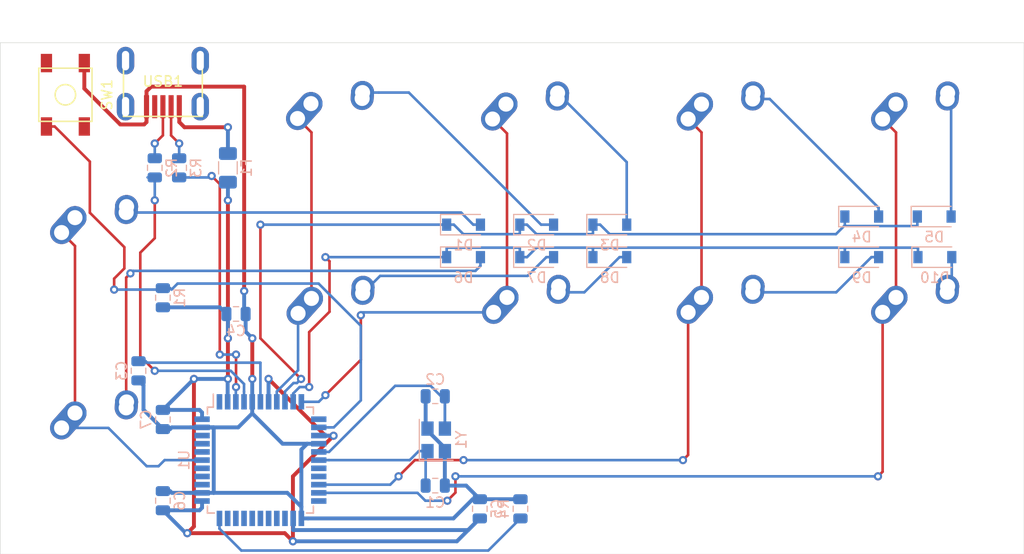
<source format=kicad_pcb>
(kicad_pcb (version 20171130) (host pcbnew "(5.1.5-0-10_14)")

  (general
    (thickness 1.6)
    (drawings 4)
    (tracks 330)
    (zones 0)
    (modules 36)
    (nets 51)
  )

  (page A4)
  (layers
    (0 F.Cu signal)
    (31 B.Cu signal)
    (32 B.Adhes user)
    (33 F.Adhes user)
    (34 B.Paste user)
    (35 F.Paste user)
    (36 B.SilkS user)
    (37 F.SilkS user)
    (38 B.Mask user)
    (39 F.Mask user)
    (40 Dwgs.User user)
    (41 Cmts.User user)
    (42 Eco1.User user)
    (43 Eco2.User user)
    (44 Edge.Cuts user)
    (45 Margin user)
    (46 B.CrtYd user)
    (47 F.CrtYd user)
    (48 B.Fab user)
    (49 F.Fab user)
  )

  (setup
    (last_trace_width 0.254)
    (trace_clearance 0.2)
    (zone_clearance 0.508)
    (zone_45_only no)
    (trace_min 0.2)
    (via_size 0.8)
    (via_drill 0.4)
    (via_min_size 0.4)
    (via_min_drill 0.3)
    (uvia_size 0.3)
    (uvia_drill 0.1)
    (uvias_allowed no)
    (uvia_min_size 0.2)
    (uvia_min_drill 0.1)
    (edge_width 0.05)
    (segment_width 0.2)
    (pcb_text_width 0.3)
    (pcb_text_size 1.5 1.5)
    (mod_edge_width 0.12)
    (mod_text_size 1 1)
    (mod_text_width 0.15)
    (pad_size 1.524 1.524)
    (pad_drill 0.762)
    (pad_to_mask_clearance 0.051)
    (solder_mask_min_width 0.25)
    (aux_axis_origin 0 0)
    (visible_elements FFFFFF7F)
    (pcbplotparams
      (layerselection 0x010fc_ffffffff)
      (usegerberextensions false)
      (usegerberattributes false)
      (usegerberadvancedattributes false)
      (creategerberjobfile false)
      (excludeedgelayer true)
      (linewidth 0.100000)
      (plotframeref false)
      (viasonmask false)
      (mode 1)
      (useauxorigin false)
      (hpglpennumber 1)
      (hpglpenspeed 20)
      (hpglpendiameter 15.000000)
      (psnegative false)
      (psa4output false)
      (plotreference true)
      (plotvalue true)
      (plotinvisibletext false)
      (padsonsilk false)
      (subtractmaskfromsilk false)
      (outputformat 1)
      (mirror false)
      (drillshape 1)
      (scaleselection 1)
      (outputdirectory ""))
  )

  (net 0 "")
  (net 1 GND)
  (net 2 "Net-(C1-Pad1)")
  (net 3 "Net-(C2-Pad1)")
  (net 4 "Net-(C3-Pad1)")
  (net 5 +5V)
  (net 6 "Net-(D1-Pad2)")
  (net 7 ROW0)
  (net 8 "Net-(D2-Pad2)")
  (net 9 "Net-(D3-Pad2)")
  (net 10 "Net-(D4-Pad2)")
  (net 11 "Net-(D5-Pad2)")
  (net 12 "Net-(D6-Pad2)")
  (net 13 ROW1)
  (net 14 "Net-(D7-Pad2)")
  (net 15 "Net-(D8-Pad2)")
  (net 16 "Net-(D9-Pad2)")
  (net 17 "Net-(D10-Pad2)")
  (net 18 VCC)
  (net 19 COL0)
  (net 20 COL1)
  (net 21 COL2)
  (net 22 COL3)
  (net 23 COL4)
  (net 24 "Net-(R1-Pad2)")
  (net 25 D+)
  (net 26 "Net-(R2-Pad1)")
  (net 27 D-)
  (net 28 "Net-(R3-Pad1)")
  (net 29 "Net-(R4-Pad2)")
  (net 30 "Net-(U1-Pad42)")
  (net 31 "Net-(U1-Pad41)")
  (net 32 "Net-(U1-Pad40)")
  (net 33 "Net-(U1-Pad38)")
  (net 34 "Net-(U1-Pad37)")
  (net 35 "Net-(U1-Pad36)")
  (net 36 "Net-(U1-Pad32)")
  (net 37 "Net-(U1-Pad31)")
  (net 38 "Net-(U1-Pad30)")
  (net 39 "Net-(U1-Pad29)")
  (net 40 "Net-(U1-Pad28)")
  (net 41 "Net-(U1-Pad27)")
  (net 42 "Net-(U1-Pad26)")
  (net 43 "Net-(U1-Pad25)")
  (net 44 "Net-(U1-Pad22)")
  (net 45 "Net-(U1-Pad19)")
  (net 46 "Net-(U1-Pad18)")
  (net 47 "Net-(U1-Pad12)")
  (net 48 "Net-(U1-Pad1)")
  (net 49 "Net-(USB1-Pad6)")
  (net 50 "Net-(USB1-Pad2)")

  (net_class Default "This is the default net class."
    (clearance 0.2)
    (trace_width 0.254)
    (via_dia 0.8)
    (via_drill 0.4)
    (uvia_dia 0.3)
    (uvia_drill 0.1)
    (add_net COL0)
    (add_net COL1)
    (add_net COL2)
    (add_net COL3)
    (add_net COL4)
    (add_net D+)
    (add_net D-)
    (add_net "Net-(C1-Pad1)")
    (add_net "Net-(C2-Pad1)")
    (add_net "Net-(C3-Pad1)")
    (add_net "Net-(D1-Pad2)")
    (add_net "Net-(D10-Pad2)")
    (add_net "Net-(D2-Pad2)")
    (add_net "Net-(D3-Pad2)")
    (add_net "Net-(D4-Pad2)")
    (add_net "Net-(D5-Pad2)")
    (add_net "Net-(D6-Pad2)")
    (add_net "Net-(D7-Pad2)")
    (add_net "Net-(D8-Pad2)")
    (add_net "Net-(D9-Pad2)")
    (add_net "Net-(R1-Pad2)")
    (add_net "Net-(R2-Pad1)")
    (add_net "Net-(R3-Pad1)")
    (add_net "Net-(R4-Pad2)")
    (add_net "Net-(U1-Pad1)")
    (add_net "Net-(U1-Pad12)")
    (add_net "Net-(U1-Pad18)")
    (add_net "Net-(U1-Pad19)")
    (add_net "Net-(U1-Pad22)")
    (add_net "Net-(U1-Pad25)")
    (add_net "Net-(U1-Pad26)")
    (add_net "Net-(U1-Pad27)")
    (add_net "Net-(U1-Pad28)")
    (add_net "Net-(U1-Pad29)")
    (add_net "Net-(U1-Pad30)")
    (add_net "Net-(U1-Pad31)")
    (add_net "Net-(U1-Pad32)")
    (add_net "Net-(U1-Pad36)")
    (add_net "Net-(U1-Pad37)")
    (add_net "Net-(U1-Pad38)")
    (add_net "Net-(U1-Pad40)")
    (add_net "Net-(U1-Pad41)")
    (add_net "Net-(U1-Pad42)")
    (add_net "Net-(USB1-Pad2)")
    (add_net "Net-(USB1-Pad6)")
    (add_net ROW0)
    (add_net ROW1)
  )

  (net_class Power ""
    (clearance 0.2)
    (trace_width 0.381)
    (via_dia 0.8)
    (via_drill 0.4)
    (uvia_dia 0.3)
    (uvia_drill 0.1)
    (add_net +5V)
    (add_net GND)
    (add_net VCC)
  )

  (module MX_Alps_Hybrid:MX-1U-NoLED (layer F.Cu) (tedit 5A9F5203) (tstamp 5E8F4229)
    (at 109.8 100.2)
    (path /5E90C14A)
    (fp_text reference MX6 (at 0 3.175) (layer Dwgs.User)
      (effects (font (size 1 1) (thickness 0.15)))
    )
    (fp_text value MX-NoLED (at 0 -7.9375) (layer Dwgs.User)
      (effects (font (size 1 1) (thickness 0.15)))
    )
    (fp_line (start -9.525 9.525) (end -9.525 -9.525) (layer Dwgs.User) (width 0.15))
    (fp_line (start 9.525 9.525) (end -9.525 9.525) (layer Dwgs.User) (width 0.15))
    (fp_line (start 9.525 -9.525) (end 9.525 9.525) (layer Dwgs.User) (width 0.15))
    (fp_line (start -9.525 -9.525) (end 9.525 -9.525) (layer Dwgs.User) (width 0.15))
    (fp_line (start -7 -7) (end -7 -5) (layer Dwgs.User) (width 0.15))
    (fp_line (start -5 -7) (end -7 -7) (layer Dwgs.User) (width 0.15))
    (fp_line (start -7 7) (end -5 7) (layer Dwgs.User) (width 0.15))
    (fp_line (start -7 5) (end -7 7) (layer Dwgs.User) (width 0.15))
    (fp_line (start 7 7) (end 7 5) (layer Dwgs.User) (width 0.15))
    (fp_line (start 5 7) (end 7 7) (layer Dwgs.User) (width 0.15))
    (fp_line (start 7 -7) (end 7 -5) (layer Dwgs.User) (width 0.15))
    (fp_line (start 5 -7) (end 7 -7) (layer Dwgs.User) (width 0.15))
    (pad "" np_thru_hole circle (at 5.08 0 48.0996) (size 1.75 1.75) (drill 1.75) (layers *.Cu *.Mask))
    (pad "" np_thru_hole circle (at -5.08 0 48.0996) (size 1.75 1.75) (drill 1.75) (layers *.Cu *.Mask))
    (pad 1 thru_hole circle (at -2.5 -4) (size 2.25 2.25) (drill 1.47) (layers *.Cu B.Mask)
      (net 19 COL0))
    (pad "" np_thru_hole circle (at 0 0) (size 3.9878 3.9878) (drill 3.9878) (layers *.Cu *.Mask))
    (pad 1 thru_hole oval (at -3.81 -2.54 48.0996) (size 4.211556 2.25) (drill 1.47 (offset 0.980778 0)) (layers *.Cu B.Mask)
      (net 19 COL0))
    (pad 2 thru_hole circle (at 2.54 -5.08) (size 2.25 2.25) (drill 1.47) (layers *.Cu B.Mask)
      (net 12 "Net-(D6-Pad2)"))
    (pad 2 thru_hole oval (at 2.5 -4.5 86.0548) (size 2.831378 2.25) (drill 1.47 (offset 0.290689 0)) (layers *.Cu B.Mask)
      (net 12 "Net-(D6-Pad2)"))
  )

  (module Crystal:Crystal_SMD_3225-4Pin_3.2x2.5mm (layer B.Cu) (tedit 5A0FD1B2) (tstamp 5E8F435E)
    (at 142.583557 98.82532 90)
    (descr "SMD Crystal SERIES SMD3225/4 http://www.txccrystal.com/images/pdf/7m-accuracy.pdf, 3.2x2.5mm^2 package")
    (tags "SMD SMT crystal")
    (path /5E8F57BC)
    (attr smd)
    (fp_text reference Y1 (at 0 2.45 90) (layer B.SilkS)
      (effects (font (size 1 1) (thickness 0.15)) (justify mirror))
    )
    (fp_text value 16MHz (at 0 -2.45 90) (layer B.Fab)
      (effects (font (size 1 1) (thickness 0.15)) (justify mirror))
    )
    (fp_line (start 2.1 1.7) (end -2.1 1.7) (layer B.CrtYd) (width 0.05))
    (fp_line (start 2.1 -1.7) (end 2.1 1.7) (layer B.CrtYd) (width 0.05))
    (fp_line (start -2.1 -1.7) (end 2.1 -1.7) (layer B.CrtYd) (width 0.05))
    (fp_line (start -2.1 1.7) (end -2.1 -1.7) (layer B.CrtYd) (width 0.05))
    (fp_line (start -2 -1.65) (end 2 -1.65) (layer B.SilkS) (width 0.12))
    (fp_line (start -2 1.65) (end -2 -1.65) (layer B.SilkS) (width 0.12))
    (fp_line (start -1.6 -0.25) (end -0.6 -1.25) (layer B.Fab) (width 0.1))
    (fp_line (start 1.6 1.25) (end -1.6 1.25) (layer B.Fab) (width 0.1))
    (fp_line (start 1.6 -1.25) (end 1.6 1.25) (layer B.Fab) (width 0.1))
    (fp_line (start -1.6 -1.25) (end 1.6 -1.25) (layer B.Fab) (width 0.1))
    (fp_line (start -1.6 1.25) (end -1.6 -1.25) (layer B.Fab) (width 0.1))
    (fp_text user %R (at 0 0 90) (layer B.Fab)
      (effects (font (size 0.7 0.7) (thickness 0.105)) (justify mirror))
    )
    (pad 4 smd rect (at -1.1 0.85 90) (size 1.4 1.2) (layers B.Cu B.Paste B.Mask)
      (net 1 GND))
    (pad 3 smd rect (at 1.1 0.85 90) (size 1.4 1.2) (layers B.Cu B.Paste B.Mask)
      (net 3 "Net-(C2-Pad1)"))
    (pad 2 smd rect (at 1.1 -0.85 90) (size 1.4 1.2) (layers B.Cu B.Paste B.Mask)
      (net 1 GND))
    (pad 1 smd rect (at -1.1 -0.85 90) (size 1.4 1.2) (layers B.Cu B.Paste B.Mask)
      (net 2 "Net-(C1-Pad1)"))
    (model ${KISYS3DMOD}/Crystal.3dshapes/Crystal_SMD_3225-4Pin_3.2x2.5mm.wrl
      (at (xyz 0 0 0))
      (scale (xyz 1 1 1))
      (rotate (xyz 0 0 0))
    )
  )

  (module random-keyboard-parts:Molex-0548190589 (layer F.Cu) (tedit 5C494815) (tstamp 5E8F434A)
    (at 115.8875 61.75 270)
    (path /5E9031D8)
    (attr smd)
    (fp_text reference USB1 (at 2.032 0) (layer F.SilkS)
      (effects (font (size 1 1) (thickness 0.15)))
    )
    (fp_text value Molex-0548190589 (at -5.08 0) (layer Dwgs.User)
      (effects (font (size 1 1) (thickness 0.15)))
    )
    (fp_text user %R (at 2 0) (layer F.CrtYd)
      (effects (font (size 1 1) (thickness 0.15)))
    )
    (fp_line (start 3.25 -1.25) (end 5.5 -1.25) (layer F.CrtYd) (width 0.15))
    (fp_line (start 5.5 -0.5) (end 3.25 -0.5) (layer F.CrtYd) (width 0.15))
    (fp_line (start 3.25 0.5) (end 5.5 0.5) (layer F.CrtYd) (width 0.15))
    (fp_line (start 5.5 1.25) (end 3.25 1.25) (layer F.CrtYd) (width 0.15))
    (fp_line (start 3.25 2) (end 5.5 2) (layer F.CrtYd) (width 0.15))
    (fp_line (start 3.25 -2) (end 3.25 2) (layer F.CrtYd) (width 0.15))
    (fp_line (start 5.5 -2) (end 3.25 -2) (layer F.CrtYd) (width 0.15))
    (fp_line (start -3.75 3.75) (end -3.75 -3.75) (layer F.CrtYd) (width 0.15))
    (fp_line (start 5.5 3.75) (end -3.75 3.75) (layer F.CrtYd) (width 0.15))
    (fp_line (start 5.5 -3.75) (end 5.5 3.75) (layer F.CrtYd) (width 0.15))
    (fp_line (start -3.75 -3.75) (end 5.5 -3.75) (layer F.CrtYd) (width 0.15))
    (fp_line (start 0 -3.85) (end 5.45 -3.85) (layer F.SilkS) (width 0.15))
    (fp_line (start 0 3.85) (end 5.45 3.85) (layer F.SilkS) (width 0.15))
    (fp_line (start 5.45 -3.85) (end 5.45 3.85) (layer F.SilkS) (width 0.15))
    (fp_line (start -3.75 -3.85) (end 0 -3.85) (layer Dwgs.User) (width 0.15))
    (fp_line (start -3.75 3.85) (end 0 3.85) (layer Dwgs.User) (width 0.15))
    (fp_line (start -1.75 -4.572) (end -1.75 4.572) (layer Dwgs.User) (width 0.15))
    (fp_line (start -3.75 -3.85) (end -3.75 3.85) (layer Dwgs.User) (width 0.15))
    (pad 6 thru_hole oval (at 0 -3.65 270) (size 2.7 1.7) (drill oval 1.9 0.7) (layers *.Cu *.Mask)
      (net 49 "Net-(USB1-Pad6)"))
    (pad 6 thru_hole oval (at 0 3.65 270) (size 2.7 1.7) (drill oval 1.9 0.7) (layers *.Cu *.Mask)
      (net 49 "Net-(USB1-Pad6)"))
    (pad 6 thru_hole oval (at 4.5 3.65 270) (size 2.7 1.7) (drill oval 1.9 0.7) (layers *.Cu *.Mask)
      (net 49 "Net-(USB1-Pad6)"))
    (pad 6 thru_hole oval (at 4.5 -3.65 270) (size 2.7 1.7) (drill oval 1.9 0.7) (layers *.Cu *.Mask)
      (net 49 "Net-(USB1-Pad6)"))
    (pad 5 smd rect (at 4.5 -1.6 270) (size 2.25 0.5) (layers F.Cu F.Paste F.Mask)
      (net 18 VCC))
    (pad 4 smd rect (at 4.5 -0.8 270) (size 2.25 0.5) (layers F.Cu F.Paste F.Mask)
      (net 27 D-))
    (pad 3 smd rect (at 4.5 0 270) (size 2.25 0.5) (layers F.Cu F.Paste F.Mask)
      (net 25 D+))
    (pad 2 smd rect (at 4.5 0.8 270) (size 2.25 0.5) (layers F.Cu F.Paste F.Mask)
      (net 50 "Net-(USB1-Pad2)"))
    (pad 1 smd rect (at 4.5 1.6 270) (size 2.25 0.5) (layers F.Cu F.Paste F.Mask)
      (net 1 GND))
  )

  (module Package_QFP:TQFP-44_10x10mm_P0.8mm (layer B.Cu) (tedit 5A02F146) (tstamp 5E8F432A)
    (at 125.4125 100.80625 270)
    (descr "44-Lead Plastic Thin Quad Flatpack (PT) - 10x10x1.0 mm Body [TQFP] (see Microchip Packaging Specification 00000049BS.pdf)")
    (tags "QFP 0.8")
    (path /5E8E622C)
    (attr smd)
    (fp_text reference U1 (at 0 7.45 90) (layer B.SilkS)
      (effects (font (size 1 1) (thickness 0.15)) (justify mirror))
    )
    (fp_text value ATmega32U4-AU (at 0 -7.45 90) (layer B.Fab)
      (effects (font (size 1 1) (thickness 0.15)) (justify mirror))
    )
    (fp_line (start -5.175 4.6) (end -6.45 4.6) (layer B.SilkS) (width 0.15))
    (fp_line (start 5.175 5.175) (end 4.5 5.175) (layer B.SilkS) (width 0.15))
    (fp_line (start 5.175 -5.175) (end 4.5 -5.175) (layer B.SilkS) (width 0.15))
    (fp_line (start -5.175 -5.175) (end -4.5 -5.175) (layer B.SilkS) (width 0.15))
    (fp_line (start -5.175 5.175) (end -4.5 5.175) (layer B.SilkS) (width 0.15))
    (fp_line (start -5.175 -5.175) (end -5.175 -4.5) (layer B.SilkS) (width 0.15))
    (fp_line (start 5.175 -5.175) (end 5.175 -4.5) (layer B.SilkS) (width 0.15))
    (fp_line (start 5.175 5.175) (end 5.175 4.5) (layer B.SilkS) (width 0.15))
    (fp_line (start -5.175 5.175) (end -5.175 4.6) (layer B.SilkS) (width 0.15))
    (fp_line (start -6.7 -6.7) (end 6.7 -6.7) (layer B.CrtYd) (width 0.05))
    (fp_line (start -6.7 6.7) (end 6.7 6.7) (layer B.CrtYd) (width 0.05))
    (fp_line (start 6.7 6.7) (end 6.7 -6.7) (layer B.CrtYd) (width 0.05))
    (fp_line (start -6.7 6.7) (end -6.7 -6.7) (layer B.CrtYd) (width 0.05))
    (fp_line (start -5 4) (end -4 5) (layer B.Fab) (width 0.15))
    (fp_line (start -5 -5) (end -5 4) (layer B.Fab) (width 0.15))
    (fp_line (start 5 -5) (end -5 -5) (layer B.Fab) (width 0.15))
    (fp_line (start 5 5) (end 5 -5) (layer B.Fab) (width 0.15))
    (fp_line (start -4 5) (end 5 5) (layer B.Fab) (width 0.15))
    (fp_text user %R (at 0 0 90) (layer B.Fab)
      (effects (font (size 1 1) (thickness 0.15)) (justify mirror))
    )
    (pad 44 smd rect (at -4 5.7 180) (size 1.5 0.55) (layers B.Cu B.Paste B.Mask)
      (net 5 +5V))
    (pad 43 smd rect (at -3.2 5.7 180) (size 1.5 0.55) (layers B.Cu B.Paste B.Mask)
      (net 1 GND))
    (pad 42 smd rect (at -2.4 5.7 180) (size 1.5 0.55) (layers B.Cu B.Paste B.Mask)
      (net 30 "Net-(U1-Pad42)"))
    (pad 41 smd rect (at -1.6 5.7 180) (size 1.5 0.55) (layers B.Cu B.Paste B.Mask)
      (net 31 "Net-(U1-Pad41)"))
    (pad 40 smd rect (at -0.8 5.7 180) (size 1.5 0.55) (layers B.Cu B.Paste B.Mask)
      (net 32 "Net-(U1-Pad40)"))
    (pad 39 smd rect (at 0 5.7 180) (size 1.5 0.55) (layers B.Cu B.Paste B.Mask)
      (net 19 COL0))
    (pad 38 smd rect (at 0.8 5.7 180) (size 1.5 0.55) (layers B.Cu B.Paste B.Mask)
      (net 33 "Net-(U1-Pad38)"))
    (pad 37 smd rect (at 1.6 5.7 180) (size 1.5 0.55) (layers B.Cu B.Paste B.Mask)
      (net 34 "Net-(U1-Pad37)"))
    (pad 36 smd rect (at 2.4 5.7 180) (size 1.5 0.55) (layers B.Cu B.Paste B.Mask)
      (net 35 "Net-(U1-Pad36)"))
    (pad 35 smd rect (at 3.2 5.7 180) (size 1.5 0.55) (layers B.Cu B.Paste B.Mask)
      (net 1 GND))
    (pad 34 smd rect (at 4 5.7 180) (size 1.5 0.55) (layers B.Cu B.Paste B.Mask)
      (net 5 +5V))
    (pad 33 smd rect (at 5.7 4 270) (size 1.5 0.55) (layers B.Cu B.Paste B.Mask)
      (net 29 "Net-(R4-Pad2)"))
    (pad 32 smd rect (at 5.7 3.2 270) (size 1.5 0.55) (layers B.Cu B.Paste B.Mask)
      (net 36 "Net-(U1-Pad32)"))
    (pad 31 smd rect (at 5.7 2.4 270) (size 1.5 0.55) (layers B.Cu B.Paste B.Mask)
      (net 37 "Net-(U1-Pad31)"))
    (pad 30 smd rect (at 5.7 1.6 270) (size 1.5 0.55) (layers B.Cu B.Paste B.Mask)
      (net 38 "Net-(U1-Pad30)"))
    (pad 29 smd rect (at 5.7 0.8 270) (size 1.5 0.55) (layers B.Cu B.Paste B.Mask)
      (net 39 "Net-(U1-Pad29)"))
    (pad 28 smd rect (at 5.7 0 270) (size 1.5 0.55) (layers B.Cu B.Paste B.Mask)
      (net 40 "Net-(U1-Pad28)"))
    (pad 27 smd rect (at 5.7 -0.8 270) (size 1.5 0.55) (layers B.Cu B.Paste B.Mask)
      (net 41 "Net-(U1-Pad27)"))
    (pad 26 smd rect (at 5.7 -1.6 270) (size 1.5 0.55) (layers B.Cu B.Paste B.Mask)
      (net 42 "Net-(U1-Pad26)"))
    (pad 25 smd rect (at 5.7 -2.4 270) (size 1.5 0.55) (layers B.Cu B.Paste B.Mask)
      (net 43 "Net-(U1-Pad25)"))
    (pad 24 smd rect (at 5.7 -3.2 270) (size 1.5 0.55) (layers B.Cu B.Paste B.Mask)
      (net 5 +5V))
    (pad 23 smd rect (at 5.7 -4 270) (size 1.5 0.55) (layers B.Cu B.Paste B.Mask)
      (net 1 GND))
    (pad 22 smd rect (at 4 -5.7 180) (size 1.5 0.55) (layers B.Cu B.Paste B.Mask)
      (net 44 "Net-(U1-Pad22)"))
    (pad 21 smd rect (at 3.2 -5.7 180) (size 1.5 0.55) (layers B.Cu B.Paste B.Mask)
      (net 23 COL4))
    (pad 20 smd rect (at 2.4 -5.7 180) (size 1.5 0.55) (layers B.Cu B.Paste B.Mask)
      (net 22 COL3))
    (pad 19 smd rect (at 1.6 -5.7 180) (size 1.5 0.55) (layers B.Cu B.Paste B.Mask)
      (net 45 "Net-(U1-Pad19)"))
    (pad 18 smd rect (at 0.8 -5.7 180) (size 1.5 0.55) (layers B.Cu B.Paste B.Mask)
      (net 46 "Net-(U1-Pad18)"))
    (pad 17 smd rect (at 0 -5.7 180) (size 1.5 0.55) (layers B.Cu B.Paste B.Mask)
      (net 2 "Net-(C1-Pad1)"))
    (pad 16 smd rect (at -0.8 -5.7 180) (size 1.5 0.55) (layers B.Cu B.Paste B.Mask)
      (net 3 "Net-(C2-Pad1)"))
    (pad 15 smd rect (at -1.6 -5.7 180) (size 1.5 0.55) (layers B.Cu B.Paste B.Mask)
      (net 1 GND))
    (pad 14 smd rect (at -2.4 -5.7 180) (size 1.5 0.55) (layers B.Cu B.Paste B.Mask)
      (net 5 +5V))
    (pad 13 smd rect (at -3.2 -5.7 180) (size 1.5 0.55) (layers B.Cu B.Paste B.Mask)
      (net 24 "Net-(R1-Pad2)"))
    (pad 12 smd rect (at -4 -5.7 180) (size 1.5 0.55) (layers B.Cu B.Paste B.Mask)
      (net 47 "Net-(U1-Pad12)"))
    (pad 11 smd rect (at -5.7 -4 270) (size 1.5 0.55) (layers B.Cu B.Paste B.Mask)
      (net 21 COL2))
    (pad 10 smd rect (at -5.7 -3.2 270) (size 1.5 0.55) (layers B.Cu B.Paste B.Mask)
      (net 13 ROW1))
    (pad 9 smd rect (at -5.7 -2.4 270) (size 1.5 0.55) (layers B.Cu B.Paste B.Mask)
      (net 7 ROW0))
    (pad 8 smd rect (at -5.7 -1.6 270) (size 1.5 0.55) (layers B.Cu B.Paste B.Mask)
      (net 20 COL1))
    (pad 7 smd rect (at -5.7 -0.8 270) (size 1.5 0.55) (layers B.Cu B.Paste B.Mask)
      (net 5 +5V))
    (pad 6 smd rect (at -5.7 0 270) (size 1.5 0.55) (layers B.Cu B.Paste B.Mask)
      (net 4 "Net-(C3-Pad1)"))
    (pad 5 smd rect (at -5.7 0.8 270) (size 1.5 0.55) (layers B.Cu B.Paste B.Mask)
      (net 1 GND))
    (pad 4 smd rect (at -5.7 1.6 270) (size 1.5 0.55) (layers B.Cu B.Paste B.Mask)
      (net 26 "Net-(R2-Pad1)"))
    (pad 3 smd rect (at -5.7 2.4 270) (size 1.5 0.55) (layers B.Cu B.Paste B.Mask)
      (net 28 "Net-(R3-Pad1)"))
    (pad 2 smd rect (at -5.7 3.2 270) (size 1.5 0.55) (layers B.Cu B.Paste B.Mask)
      (net 5 +5V))
    (pad 1 smd rect (at -5.7 4 270) (size 1.5 0.55) (layers B.Cu B.Paste B.Mask)
      (net 48 "Net-(U1-Pad1)"))
    (model ${KISYS3DMOD}/Package_QFP.3dshapes/TQFP-44_10x10mm_P0.8mm.wrl
      (at (xyz 0 0 0))
      (scale (xyz 1 1 1))
      (rotate (xyz 0 0 0))
    )
  )

  (module random-keyboard-parts:SKQG-1155865 (layer F.Cu) (tedit 5E62B398) (tstamp 5E8F42E7)
    (at 106.3625 65.0875 90)
    (path /5E8FDCB3)
    (attr smd)
    (fp_text reference SW1 (at 0 4.064 90) (layer F.SilkS)
      (effects (font (size 1 1) (thickness 0.15)))
    )
    (fp_text value SW_Push (at 0 -4.064 90) (layer F.Fab)
      (effects (font (size 1 1) (thickness 0.15)))
    )
    (fp_line (start -2.6 -2.6) (end 2.6 -2.6) (layer F.SilkS) (width 0.15))
    (fp_line (start 2.6 -2.6) (end 2.6 2.6) (layer F.SilkS) (width 0.15))
    (fp_line (start 2.6 2.6) (end -2.6 2.6) (layer F.SilkS) (width 0.15))
    (fp_line (start -2.6 2.6) (end -2.6 -2.6) (layer F.SilkS) (width 0.15))
    (fp_circle (center 0 0) (end 1 0) (layer F.SilkS) (width 0.15))
    (fp_line (start -4.2 -2.6) (end 4.2 -2.6) (layer F.Fab) (width 0.15))
    (fp_line (start 4.2 -2.6) (end 4.2 -1.2) (layer F.Fab) (width 0.15))
    (fp_line (start 4.2 -1.1) (end 2.6 -1.1) (layer F.Fab) (width 0.15))
    (fp_line (start 2.6 -1.1) (end 2.6 1.1) (layer F.Fab) (width 0.15))
    (fp_line (start 2.6 1.1) (end 4.2 1.1) (layer F.Fab) (width 0.15))
    (fp_line (start 4.2 1.1) (end 4.2 2.6) (layer F.Fab) (width 0.15))
    (fp_line (start 4.2 2.6) (end -4.2 2.6) (layer F.Fab) (width 0.15))
    (fp_line (start -4.2 2.6) (end -4.2 1.1) (layer F.Fab) (width 0.15))
    (fp_line (start -4.2 1.1) (end -2.6 1.1) (layer F.Fab) (width 0.15))
    (fp_line (start -2.6 1.1) (end -2.6 -1.1) (layer F.Fab) (width 0.15))
    (fp_line (start -2.6 -1.1) (end -4.2 -1.1) (layer F.Fab) (width 0.15))
    (fp_line (start -4.2 -1.1) (end -4.2 -2.6) (layer F.Fab) (width 0.15))
    (fp_circle (center 0 0) (end 1 0) (layer F.Fab) (width 0.15))
    (fp_line (start -2.6 -1.1) (end -1.1 -2.6) (layer F.Fab) (width 0.15))
    (fp_line (start 2.6 -1.1) (end 1.1 -2.6) (layer F.Fab) (width 0.15))
    (fp_line (start 2.6 1.1) (end 1.1 2.6) (layer F.Fab) (width 0.15))
    (fp_line (start -2.6 1.1) (end -1.1 2.6) (layer F.Fab) (width 0.15))
    (pad 4 smd rect (at -3.1 1.85 90) (size 1.8 1.1) (layers F.Cu F.Paste F.Mask))
    (pad 3 smd rect (at 3.1 -1.85 90) (size 1.8 1.1) (layers F.Cu F.Paste F.Mask))
    (pad 2 smd rect (at -3.1 -1.85 90) (size 1.8 1.1) (layers F.Cu F.Paste F.Mask)
      (net 24 "Net-(R1-Pad2)"))
    (pad 1 smd rect (at 3.1 1.85 90) (size 1.8 1.1) (layers F.Cu F.Paste F.Mask)
      (net 1 GND))
    (model ${KISYS3DMOD}/Button_Switch_SMD.3dshapes/SW_SPST_TL3342.step
      (at (xyz 0 0 0))
      (scale (xyz 1 1 1))
      (rotate (xyz 0 0 0))
    )
  )

  (module Resistor_SMD:R_0805_2012Metric (layer B.Cu) (tedit 5B36C52B) (tstamp 5E8F42C9)
    (at 150.8125 105.56875 270)
    (descr "Resistor SMD 0805 (2012 Metric), square (rectangular) end terminal, IPC_7351 nominal, (Body size source: https://docs.google.com/spreadsheets/d/1BsfQQcO9C6DZCsRaXUlFlo91Tg2WpOkGARC1WS5S8t0/edit?usp=sharing), generated with kicad-footprint-generator")
    (tags resistor)
    (path /5E8EDE4E)
    (attr smd)
    (fp_text reference R4 (at 0 1.65 90) (layer B.SilkS)
      (effects (font (size 1 1) (thickness 0.15)) (justify mirror))
    )
    (fp_text value 10k (at 0 -1.65 90) (layer B.Fab)
      (effects (font (size 1 1) (thickness 0.15)) (justify mirror))
    )
    (fp_text user %R (at 0 0 90) (layer B.Fab)
      (effects (font (size 0.5 0.5) (thickness 0.08)) (justify mirror))
    )
    (fp_line (start 1.68 -0.95) (end -1.68 -0.95) (layer B.CrtYd) (width 0.05))
    (fp_line (start 1.68 0.95) (end 1.68 -0.95) (layer B.CrtYd) (width 0.05))
    (fp_line (start -1.68 0.95) (end 1.68 0.95) (layer B.CrtYd) (width 0.05))
    (fp_line (start -1.68 -0.95) (end -1.68 0.95) (layer B.CrtYd) (width 0.05))
    (fp_line (start -0.258578 -0.71) (end 0.258578 -0.71) (layer B.SilkS) (width 0.12))
    (fp_line (start -0.258578 0.71) (end 0.258578 0.71) (layer B.SilkS) (width 0.12))
    (fp_line (start 1 -0.6) (end -1 -0.6) (layer B.Fab) (width 0.1))
    (fp_line (start 1 0.6) (end 1 -0.6) (layer B.Fab) (width 0.1))
    (fp_line (start -1 0.6) (end 1 0.6) (layer B.Fab) (width 0.1))
    (fp_line (start -1 -0.6) (end -1 0.6) (layer B.Fab) (width 0.1))
    (pad 2 smd roundrect (at 0.9375 0 270) (size 0.975 1.4) (layers B.Cu B.Paste B.Mask) (roundrect_rratio 0.25)
      (net 29 "Net-(R4-Pad2)"))
    (pad 1 smd roundrect (at -0.9375 0 270) (size 0.975 1.4) (layers B.Cu B.Paste B.Mask) (roundrect_rratio 0.25)
      (net 1 GND))
    (model ${KISYS3DMOD}/Resistor_SMD.3dshapes/R_0805_2012Metric.wrl
      (at (xyz 0 0 0))
      (scale (xyz 1 1 1))
      (rotate (xyz 0 0 0))
    )
  )

  (module Resistor_SMD:R_0805_2012Metric (layer B.Cu) (tedit 5B36C52B) (tstamp 5E8F42B8)
    (at 117.475 72.23125 90)
    (descr "Resistor SMD 0805 (2012 Metric), square (rectangular) end terminal, IPC_7351 nominal, (Body size source: https://docs.google.com/spreadsheets/d/1BsfQQcO9C6DZCsRaXUlFlo91Tg2WpOkGARC1WS5S8t0/edit?usp=sharing), generated with kicad-footprint-generator")
    (tags resistor)
    (path /5E8EE795)
    (attr smd)
    (fp_text reference R3 (at 0 1.65 90) (layer B.SilkS)
      (effects (font (size 1 1) (thickness 0.15)) (justify mirror))
    )
    (fp_text value 22 (at 0 -1.65 90) (layer B.Fab)
      (effects (font (size 1 1) (thickness 0.15)) (justify mirror))
    )
    (fp_text user %R (at 0 0 90) (layer B.Fab)
      (effects (font (size 0.5 0.5) (thickness 0.08)) (justify mirror))
    )
    (fp_line (start 1.68 -0.95) (end -1.68 -0.95) (layer B.CrtYd) (width 0.05))
    (fp_line (start 1.68 0.95) (end 1.68 -0.95) (layer B.CrtYd) (width 0.05))
    (fp_line (start -1.68 0.95) (end 1.68 0.95) (layer B.CrtYd) (width 0.05))
    (fp_line (start -1.68 -0.95) (end -1.68 0.95) (layer B.CrtYd) (width 0.05))
    (fp_line (start -0.258578 -0.71) (end 0.258578 -0.71) (layer B.SilkS) (width 0.12))
    (fp_line (start -0.258578 0.71) (end 0.258578 0.71) (layer B.SilkS) (width 0.12))
    (fp_line (start 1 -0.6) (end -1 -0.6) (layer B.Fab) (width 0.1))
    (fp_line (start 1 0.6) (end 1 -0.6) (layer B.Fab) (width 0.1))
    (fp_line (start -1 0.6) (end 1 0.6) (layer B.Fab) (width 0.1))
    (fp_line (start -1 -0.6) (end -1 0.6) (layer B.Fab) (width 0.1))
    (pad 2 smd roundrect (at 0.9375 0 90) (size 0.975 1.4) (layers B.Cu B.Paste B.Mask) (roundrect_rratio 0.25)
      (net 27 D-))
    (pad 1 smd roundrect (at -0.9375 0 90) (size 0.975 1.4) (layers B.Cu B.Paste B.Mask) (roundrect_rratio 0.25)
      (net 28 "Net-(R3-Pad1)"))
    (model ${KISYS3DMOD}/Resistor_SMD.3dshapes/R_0805_2012Metric.wrl
      (at (xyz 0 0 0))
      (scale (xyz 1 1 1))
      (rotate (xyz 0 0 0))
    )
  )

  (module Resistor_SMD:R_0805_2012Metric (layer B.Cu) (tedit 5B36C52B) (tstamp 5E8F42A7)
    (at 115.09375 72.23125 90)
    (descr "Resistor SMD 0805 (2012 Metric), square (rectangular) end terminal, IPC_7351 nominal, (Body size source: https://docs.google.com/spreadsheets/d/1BsfQQcO9C6DZCsRaXUlFlo91Tg2WpOkGARC1WS5S8t0/edit?usp=sharing), generated with kicad-footprint-generator")
    (tags resistor)
    (path /5E8EE36D)
    (attr smd)
    (fp_text reference R2 (at 0 1.65 90) (layer B.SilkS)
      (effects (font (size 1 1) (thickness 0.15)) (justify mirror))
    )
    (fp_text value 22 (at 0 -1.65 90) (layer B.Fab)
      (effects (font (size 1 1) (thickness 0.15)) (justify mirror))
    )
    (fp_text user %R (at 0 0 90) (layer B.Fab)
      (effects (font (size 0.5 0.5) (thickness 0.08)) (justify mirror))
    )
    (fp_line (start 1.68 -0.95) (end -1.68 -0.95) (layer B.CrtYd) (width 0.05))
    (fp_line (start 1.68 0.95) (end 1.68 -0.95) (layer B.CrtYd) (width 0.05))
    (fp_line (start -1.68 0.95) (end 1.68 0.95) (layer B.CrtYd) (width 0.05))
    (fp_line (start -1.68 -0.95) (end -1.68 0.95) (layer B.CrtYd) (width 0.05))
    (fp_line (start -0.258578 -0.71) (end 0.258578 -0.71) (layer B.SilkS) (width 0.12))
    (fp_line (start -0.258578 0.71) (end 0.258578 0.71) (layer B.SilkS) (width 0.12))
    (fp_line (start 1 -0.6) (end -1 -0.6) (layer B.Fab) (width 0.1))
    (fp_line (start 1 0.6) (end 1 -0.6) (layer B.Fab) (width 0.1))
    (fp_line (start -1 0.6) (end 1 0.6) (layer B.Fab) (width 0.1))
    (fp_line (start -1 -0.6) (end -1 0.6) (layer B.Fab) (width 0.1))
    (pad 2 smd roundrect (at 0.9375 0 90) (size 0.975 1.4) (layers B.Cu B.Paste B.Mask) (roundrect_rratio 0.25)
      (net 25 D+))
    (pad 1 smd roundrect (at -0.9375 0 90) (size 0.975 1.4) (layers B.Cu B.Paste B.Mask) (roundrect_rratio 0.25)
      (net 26 "Net-(R2-Pad1)"))
    (model ${KISYS3DMOD}/Resistor_SMD.3dshapes/R_0805_2012Metric.wrl
      (at (xyz 0 0 0))
      (scale (xyz 1 1 1))
      (rotate (xyz 0 0 0))
    )
  )

  (module Resistor_SMD:R_0805_2012Metric (layer B.Cu) (tedit 5B36C52B) (tstamp 5E8F4296)
    (at 115.8875 84.93125 90)
    (descr "Resistor SMD 0805 (2012 Metric), square (rectangular) end terminal, IPC_7351 nominal, (Body size source: https://docs.google.com/spreadsheets/d/1BsfQQcO9C6DZCsRaXUlFlo91Tg2WpOkGARC1WS5S8t0/edit?usp=sharing), generated with kicad-footprint-generator")
    (tags resistor)
    (path /5E900042)
    (attr smd)
    (fp_text reference R1 (at 0 1.65 90) (layer B.SilkS)
      (effects (font (size 1 1) (thickness 0.15)) (justify mirror))
    )
    (fp_text value 10k (at 0 -1.65 90) (layer B.Fab)
      (effects (font (size 1 1) (thickness 0.15)) (justify mirror))
    )
    (fp_text user %R (at 0 0 90) (layer B.Fab)
      (effects (font (size 0.5 0.5) (thickness 0.08)) (justify mirror))
    )
    (fp_line (start 1.68 -0.95) (end -1.68 -0.95) (layer B.CrtYd) (width 0.05))
    (fp_line (start 1.68 0.95) (end 1.68 -0.95) (layer B.CrtYd) (width 0.05))
    (fp_line (start -1.68 0.95) (end 1.68 0.95) (layer B.CrtYd) (width 0.05))
    (fp_line (start -1.68 -0.95) (end -1.68 0.95) (layer B.CrtYd) (width 0.05))
    (fp_line (start -0.258578 -0.71) (end 0.258578 -0.71) (layer B.SilkS) (width 0.12))
    (fp_line (start -0.258578 0.71) (end 0.258578 0.71) (layer B.SilkS) (width 0.12))
    (fp_line (start 1 -0.6) (end -1 -0.6) (layer B.Fab) (width 0.1))
    (fp_line (start 1 0.6) (end 1 -0.6) (layer B.Fab) (width 0.1))
    (fp_line (start -1 0.6) (end 1 0.6) (layer B.Fab) (width 0.1))
    (fp_line (start -1 -0.6) (end -1 0.6) (layer B.Fab) (width 0.1))
    (pad 2 smd roundrect (at 0.9375 0 90) (size 0.975 1.4) (layers B.Cu B.Paste B.Mask) (roundrect_rratio 0.25)
      (net 24 "Net-(R1-Pad2)"))
    (pad 1 smd roundrect (at -0.9375 0 90) (size 0.975 1.4) (layers B.Cu B.Paste B.Mask) (roundrect_rratio 0.25)
      (net 5 +5V))
    (model ${KISYS3DMOD}/Resistor_SMD.3dshapes/R_0805_2012Metric.wrl
      (at (xyz 0 0 0))
      (scale (xyz 1 1 1))
      (rotate (xyz 0 0 0))
    )
  )

  (module MX_Alps_Hybrid:MX-1U-NoLED (layer F.Cu) (tedit 5A9F5203) (tstamp 5E8F4285)
    (at 190 88.9)
    (path /5E92E2DD)
    (fp_text reference MX10 (at 0 3.175) (layer Dwgs.User)
      (effects (font (size 1 1) (thickness 0.15)))
    )
    (fp_text value MX-NoLED (at 0 -7.9375) (layer Dwgs.User)
      (effects (font (size 1 1) (thickness 0.15)))
    )
    (fp_line (start -9.525 9.525) (end -9.525 -9.525) (layer Dwgs.User) (width 0.15))
    (fp_line (start 9.525 9.525) (end -9.525 9.525) (layer Dwgs.User) (width 0.15))
    (fp_line (start 9.525 -9.525) (end 9.525 9.525) (layer Dwgs.User) (width 0.15))
    (fp_line (start -9.525 -9.525) (end 9.525 -9.525) (layer Dwgs.User) (width 0.15))
    (fp_line (start -7 -7) (end -7 -5) (layer Dwgs.User) (width 0.15))
    (fp_line (start -5 -7) (end -7 -7) (layer Dwgs.User) (width 0.15))
    (fp_line (start -7 7) (end -5 7) (layer Dwgs.User) (width 0.15))
    (fp_line (start -7 5) (end -7 7) (layer Dwgs.User) (width 0.15))
    (fp_line (start 7 7) (end 7 5) (layer Dwgs.User) (width 0.15))
    (fp_line (start 5 7) (end 7 7) (layer Dwgs.User) (width 0.15))
    (fp_line (start 7 -7) (end 7 -5) (layer Dwgs.User) (width 0.15))
    (fp_line (start 5 -7) (end 7 -7) (layer Dwgs.User) (width 0.15))
    (pad "" np_thru_hole circle (at 5.08 0 48.0996) (size 1.75 1.75) (drill 1.75) (layers *.Cu *.Mask))
    (pad "" np_thru_hole circle (at -5.08 0 48.0996) (size 1.75 1.75) (drill 1.75) (layers *.Cu *.Mask))
    (pad 1 thru_hole circle (at -2.5 -4) (size 2.25 2.25) (drill 1.47) (layers *.Cu B.Mask)
      (net 23 COL4))
    (pad "" np_thru_hole circle (at 0 0) (size 3.9878 3.9878) (drill 3.9878) (layers *.Cu *.Mask))
    (pad 1 thru_hole oval (at -3.81 -2.54 48.0996) (size 4.211556 2.25) (drill 1.47 (offset 0.980778 0)) (layers *.Cu B.Mask)
      (net 23 COL4))
    (pad 2 thru_hole circle (at 2.54 -5.08) (size 2.25 2.25) (drill 1.47) (layers *.Cu B.Mask)
      (net 17 "Net-(D10-Pad2)"))
    (pad 2 thru_hole oval (at 2.5 -4.5 86.0548) (size 2.831378 2.25) (drill 1.47 (offset 0.290689 0)) (layers *.Cu B.Mask)
      (net 17 "Net-(D10-Pad2)"))
  )

  (module MX_Alps_Hybrid:MX-1U-NoLED (layer F.Cu) (tedit 5A9F5203) (tstamp 5E8F426E)
    (at 171 88.9)
    (path /5E90F6A7)
    (fp_text reference MX9 (at 0 3.175) (layer Dwgs.User)
      (effects (font (size 1 1) (thickness 0.15)))
    )
    (fp_text value MX-NoLED (at 0 -7.9375) (layer Dwgs.User)
      (effects (font (size 1 1) (thickness 0.15)))
    )
    (fp_line (start -9.525 9.525) (end -9.525 -9.525) (layer Dwgs.User) (width 0.15))
    (fp_line (start 9.525 9.525) (end -9.525 9.525) (layer Dwgs.User) (width 0.15))
    (fp_line (start 9.525 -9.525) (end 9.525 9.525) (layer Dwgs.User) (width 0.15))
    (fp_line (start -9.525 -9.525) (end 9.525 -9.525) (layer Dwgs.User) (width 0.15))
    (fp_line (start -7 -7) (end -7 -5) (layer Dwgs.User) (width 0.15))
    (fp_line (start -5 -7) (end -7 -7) (layer Dwgs.User) (width 0.15))
    (fp_line (start -7 7) (end -5 7) (layer Dwgs.User) (width 0.15))
    (fp_line (start -7 5) (end -7 7) (layer Dwgs.User) (width 0.15))
    (fp_line (start 7 7) (end 7 5) (layer Dwgs.User) (width 0.15))
    (fp_line (start 5 7) (end 7 7) (layer Dwgs.User) (width 0.15))
    (fp_line (start 7 -7) (end 7 -5) (layer Dwgs.User) (width 0.15))
    (fp_line (start 5 -7) (end 7 -7) (layer Dwgs.User) (width 0.15))
    (pad "" np_thru_hole circle (at 5.08 0 48.0996) (size 1.75 1.75) (drill 1.75) (layers *.Cu *.Mask))
    (pad "" np_thru_hole circle (at -5.08 0 48.0996) (size 1.75 1.75) (drill 1.75) (layers *.Cu *.Mask))
    (pad 1 thru_hole circle (at -2.5 -4) (size 2.25 2.25) (drill 1.47) (layers *.Cu B.Mask)
      (net 22 COL3))
    (pad "" np_thru_hole circle (at 0 0) (size 3.9878 3.9878) (drill 3.9878) (layers *.Cu *.Mask))
    (pad 1 thru_hole oval (at -3.81 -2.54 48.0996) (size 4.211556 2.25) (drill 1.47 (offset 0.980778 0)) (layers *.Cu B.Mask)
      (net 22 COL3))
    (pad 2 thru_hole circle (at 2.54 -5.08) (size 2.25 2.25) (drill 1.47) (layers *.Cu B.Mask)
      (net 16 "Net-(D9-Pad2)"))
    (pad 2 thru_hole oval (at 2.5 -4.5 86.0548) (size 2.831378 2.25) (drill 1.47 (offset 0.290689 0)) (layers *.Cu B.Mask)
      (net 16 "Net-(D9-Pad2)"))
  )

  (module MX_Alps_Hybrid:MX-1U-NoLED (layer F.Cu) (tedit 5A9F5203) (tstamp 5E8F4257)
    (at 152 88.9)
    (path /5E90DE12)
    (fp_text reference MX8 (at 0 3.175) (layer Dwgs.User)
      (effects (font (size 1 1) (thickness 0.15)))
    )
    (fp_text value MX-NoLED (at 0 -7.9375) (layer Dwgs.User)
      (effects (font (size 1 1) (thickness 0.15)))
    )
    (fp_line (start -9.525 9.525) (end -9.525 -9.525) (layer Dwgs.User) (width 0.15))
    (fp_line (start 9.525 9.525) (end -9.525 9.525) (layer Dwgs.User) (width 0.15))
    (fp_line (start 9.525 -9.525) (end 9.525 9.525) (layer Dwgs.User) (width 0.15))
    (fp_line (start -9.525 -9.525) (end 9.525 -9.525) (layer Dwgs.User) (width 0.15))
    (fp_line (start -7 -7) (end -7 -5) (layer Dwgs.User) (width 0.15))
    (fp_line (start -5 -7) (end -7 -7) (layer Dwgs.User) (width 0.15))
    (fp_line (start -7 7) (end -5 7) (layer Dwgs.User) (width 0.15))
    (fp_line (start -7 5) (end -7 7) (layer Dwgs.User) (width 0.15))
    (fp_line (start 7 7) (end 7 5) (layer Dwgs.User) (width 0.15))
    (fp_line (start 5 7) (end 7 7) (layer Dwgs.User) (width 0.15))
    (fp_line (start 7 -7) (end 7 -5) (layer Dwgs.User) (width 0.15))
    (fp_line (start 5 -7) (end 7 -7) (layer Dwgs.User) (width 0.15))
    (pad "" np_thru_hole circle (at 5.08 0 48.0996) (size 1.75 1.75) (drill 1.75) (layers *.Cu *.Mask))
    (pad "" np_thru_hole circle (at -5.08 0 48.0996) (size 1.75 1.75) (drill 1.75) (layers *.Cu *.Mask))
    (pad 1 thru_hole circle (at -2.5 -4) (size 2.25 2.25) (drill 1.47) (layers *.Cu B.Mask)
      (net 21 COL2))
    (pad "" np_thru_hole circle (at 0 0) (size 3.9878 3.9878) (drill 3.9878) (layers *.Cu *.Mask))
    (pad 1 thru_hole oval (at -3.81 -2.54 48.0996) (size 4.211556 2.25) (drill 1.47 (offset 0.980778 0)) (layers *.Cu B.Mask)
      (net 21 COL2))
    (pad 2 thru_hole circle (at 2.54 -5.08) (size 2.25 2.25) (drill 1.47) (layers *.Cu B.Mask)
      (net 15 "Net-(D8-Pad2)"))
    (pad 2 thru_hole oval (at 2.5 -4.5 86.0548) (size 2.831378 2.25) (drill 1.47 (offset 0.290689 0)) (layers *.Cu B.Mask)
      (net 15 "Net-(D8-Pad2)"))
  )

  (module MX_Alps_Hybrid:MX-1U-NoLED (layer F.Cu) (tedit 5A9F5203) (tstamp 5E8F4240)
    (at 132.9 89)
    (path /5E90D8C6)
    (fp_text reference MX7 (at 0 3.175) (layer Dwgs.User)
      (effects (font (size 1 1) (thickness 0.15)))
    )
    (fp_text value MX-NoLED (at 0 -7.9375) (layer Dwgs.User)
      (effects (font (size 1 1) (thickness 0.15)))
    )
    (fp_line (start -9.525 9.525) (end -9.525 -9.525) (layer Dwgs.User) (width 0.15))
    (fp_line (start 9.525 9.525) (end -9.525 9.525) (layer Dwgs.User) (width 0.15))
    (fp_line (start 9.525 -9.525) (end 9.525 9.525) (layer Dwgs.User) (width 0.15))
    (fp_line (start -9.525 -9.525) (end 9.525 -9.525) (layer Dwgs.User) (width 0.15))
    (fp_line (start -7 -7) (end -7 -5) (layer Dwgs.User) (width 0.15))
    (fp_line (start -5 -7) (end -7 -7) (layer Dwgs.User) (width 0.15))
    (fp_line (start -7 7) (end -5 7) (layer Dwgs.User) (width 0.15))
    (fp_line (start -7 5) (end -7 7) (layer Dwgs.User) (width 0.15))
    (fp_line (start 7 7) (end 7 5) (layer Dwgs.User) (width 0.15))
    (fp_line (start 5 7) (end 7 7) (layer Dwgs.User) (width 0.15))
    (fp_line (start 7 -7) (end 7 -5) (layer Dwgs.User) (width 0.15))
    (fp_line (start 5 -7) (end 7 -7) (layer Dwgs.User) (width 0.15))
    (pad "" np_thru_hole circle (at 5.08 0 48.0996) (size 1.75 1.75) (drill 1.75) (layers *.Cu *.Mask))
    (pad "" np_thru_hole circle (at -5.08 0 48.0996) (size 1.75 1.75) (drill 1.75) (layers *.Cu *.Mask))
    (pad 1 thru_hole circle (at -2.5 -4) (size 2.25 2.25) (drill 1.47) (layers *.Cu B.Mask)
      (net 20 COL1))
    (pad "" np_thru_hole circle (at 0 0) (size 3.9878 3.9878) (drill 3.9878) (layers *.Cu *.Mask))
    (pad 1 thru_hole oval (at -3.81 -2.54 48.0996) (size 4.211556 2.25) (drill 1.47 (offset 0.980778 0)) (layers *.Cu B.Mask)
      (net 20 COL1))
    (pad 2 thru_hole circle (at 2.54 -5.08) (size 2.25 2.25) (drill 1.47) (layers *.Cu B.Mask)
      (net 14 "Net-(D7-Pad2)"))
    (pad 2 thru_hole oval (at 2.5 -4.5 86.0548) (size 2.831378 2.25) (drill 1.47 (offset 0.290689 0)) (layers *.Cu B.Mask)
      (net 14 "Net-(D7-Pad2)"))
  )

  (module MX_Alps_Hybrid:MX-1U-NoLED (layer F.Cu) (tedit 5A9F5203) (tstamp 5E8F4212)
    (at 190 70)
    (path /5E92C30C)
    (fp_text reference MX5 (at 0 3.175) (layer Dwgs.User)
      (effects (font (size 1 1) (thickness 0.15)))
    )
    (fp_text value MX-NoLED (at 0 -7.9375) (layer Dwgs.User)
      (effects (font (size 1 1) (thickness 0.15)))
    )
    (fp_line (start -9.525 9.525) (end -9.525 -9.525) (layer Dwgs.User) (width 0.15))
    (fp_line (start 9.525 9.525) (end -9.525 9.525) (layer Dwgs.User) (width 0.15))
    (fp_line (start 9.525 -9.525) (end 9.525 9.525) (layer Dwgs.User) (width 0.15))
    (fp_line (start -9.525 -9.525) (end 9.525 -9.525) (layer Dwgs.User) (width 0.15))
    (fp_line (start -7 -7) (end -7 -5) (layer Dwgs.User) (width 0.15))
    (fp_line (start -5 -7) (end -7 -7) (layer Dwgs.User) (width 0.15))
    (fp_line (start -7 7) (end -5 7) (layer Dwgs.User) (width 0.15))
    (fp_line (start -7 5) (end -7 7) (layer Dwgs.User) (width 0.15))
    (fp_line (start 7 7) (end 7 5) (layer Dwgs.User) (width 0.15))
    (fp_line (start 5 7) (end 7 7) (layer Dwgs.User) (width 0.15))
    (fp_line (start 7 -7) (end 7 -5) (layer Dwgs.User) (width 0.15))
    (fp_line (start 5 -7) (end 7 -7) (layer Dwgs.User) (width 0.15))
    (pad "" np_thru_hole circle (at 5.08 0 48.0996) (size 1.75 1.75) (drill 1.75) (layers *.Cu *.Mask))
    (pad "" np_thru_hole circle (at -5.08 0 48.0996) (size 1.75 1.75) (drill 1.75) (layers *.Cu *.Mask))
    (pad 1 thru_hole circle (at -2.5 -4) (size 2.25 2.25) (drill 1.47) (layers *.Cu B.Mask)
      (net 23 COL4))
    (pad "" np_thru_hole circle (at 0 0) (size 3.9878 3.9878) (drill 3.9878) (layers *.Cu *.Mask))
    (pad 1 thru_hole oval (at -3.81 -2.54 48.0996) (size 4.211556 2.25) (drill 1.47 (offset 0.980778 0)) (layers *.Cu B.Mask)
      (net 23 COL4))
    (pad 2 thru_hole circle (at 2.54 -5.08) (size 2.25 2.25) (drill 1.47) (layers *.Cu B.Mask)
      (net 11 "Net-(D5-Pad2)"))
    (pad 2 thru_hole oval (at 2.5 -4.5 86.0548) (size 2.831378 2.25) (drill 1.47 (offset 0.290689 0)) (layers *.Cu B.Mask)
      (net 11 "Net-(D5-Pad2)"))
  )

  (module MX_Alps_Hybrid:MX-1U-NoLED (layer F.Cu) (tedit 5A9F5203) (tstamp 5E8F41FB)
    (at 171 70)
    (path /5E90EBB1)
    (fp_text reference MX4 (at 0 3.175) (layer Dwgs.User)
      (effects (font (size 1 1) (thickness 0.15)))
    )
    (fp_text value MX-NoLED (at 0 -7.9375) (layer Dwgs.User)
      (effects (font (size 1 1) (thickness 0.15)))
    )
    (fp_line (start -9.525 9.525) (end -9.525 -9.525) (layer Dwgs.User) (width 0.15))
    (fp_line (start 9.525 9.525) (end -9.525 9.525) (layer Dwgs.User) (width 0.15))
    (fp_line (start 9.525 -9.525) (end 9.525 9.525) (layer Dwgs.User) (width 0.15))
    (fp_line (start -9.525 -9.525) (end 9.525 -9.525) (layer Dwgs.User) (width 0.15))
    (fp_line (start -7 -7) (end -7 -5) (layer Dwgs.User) (width 0.15))
    (fp_line (start -5 -7) (end -7 -7) (layer Dwgs.User) (width 0.15))
    (fp_line (start -7 7) (end -5 7) (layer Dwgs.User) (width 0.15))
    (fp_line (start -7 5) (end -7 7) (layer Dwgs.User) (width 0.15))
    (fp_line (start 7 7) (end 7 5) (layer Dwgs.User) (width 0.15))
    (fp_line (start 5 7) (end 7 7) (layer Dwgs.User) (width 0.15))
    (fp_line (start 7 -7) (end 7 -5) (layer Dwgs.User) (width 0.15))
    (fp_line (start 5 -7) (end 7 -7) (layer Dwgs.User) (width 0.15))
    (pad "" np_thru_hole circle (at 5.08 0 48.0996) (size 1.75 1.75) (drill 1.75) (layers *.Cu *.Mask))
    (pad "" np_thru_hole circle (at -5.08 0 48.0996) (size 1.75 1.75) (drill 1.75) (layers *.Cu *.Mask))
    (pad 1 thru_hole circle (at -2.5 -4) (size 2.25 2.25) (drill 1.47) (layers *.Cu B.Mask)
      (net 22 COL3))
    (pad "" np_thru_hole circle (at 0 0) (size 3.9878 3.9878) (drill 3.9878) (layers *.Cu *.Mask))
    (pad 1 thru_hole oval (at -3.81 -2.54 48.0996) (size 4.211556 2.25) (drill 1.47 (offset 0.980778 0)) (layers *.Cu B.Mask)
      (net 22 COL3))
    (pad 2 thru_hole circle (at 2.54 -5.08) (size 2.25 2.25) (drill 1.47) (layers *.Cu B.Mask)
      (net 10 "Net-(D4-Pad2)"))
    (pad 2 thru_hole oval (at 2.5 -4.5 86.0548) (size 2.831378 2.25) (drill 1.47 (offset 0.290689 0)) (layers *.Cu B.Mask)
      (net 10 "Net-(D4-Pad2)"))
  )

  (module MX_Alps_Hybrid:MX-1U-NoLED (layer F.Cu) (tedit 5A9F5203) (tstamp 5E8F41E4)
    (at 151.9 70)
    (path /5E90E539)
    (fp_text reference MX3 (at 0 3.175) (layer Dwgs.User)
      (effects (font (size 1 1) (thickness 0.15)))
    )
    (fp_text value MX-NoLED (at 0 -7.9375) (layer Dwgs.User)
      (effects (font (size 1 1) (thickness 0.15)))
    )
    (fp_line (start -9.525 9.525) (end -9.525 -9.525) (layer Dwgs.User) (width 0.15))
    (fp_line (start 9.525 9.525) (end -9.525 9.525) (layer Dwgs.User) (width 0.15))
    (fp_line (start 9.525 -9.525) (end 9.525 9.525) (layer Dwgs.User) (width 0.15))
    (fp_line (start -9.525 -9.525) (end 9.525 -9.525) (layer Dwgs.User) (width 0.15))
    (fp_line (start -7 -7) (end -7 -5) (layer Dwgs.User) (width 0.15))
    (fp_line (start -5 -7) (end -7 -7) (layer Dwgs.User) (width 0.15))
    (fp_line (start -7 7) (end -5 7) (layer Dwgs.User) (width 0.15))
    (fp_line (start -7 5) (end -7 7) (layer Dwgs.User) (width 0.15))
    (fp_line (start 7 7) (end 7 5) (layer Dwgs.User) (width 0.15))
    (fp_line (start 5 7) (end 7 7) (layer Dwgs.User) (width 0.15))
    (fp_line (start 7 -7) (end 7 -5) (layer Dwgs.User) (width 0.15))
    (fp_line (start 5 -7) (end 7 -7) (layer Dwgs.User) (width 0.15))
    (pad "" np_thru_hole circle (at 5.08 0 48.0996) (size 1.75 1.75) (drill 1.75) (layers *.Cu *.Mask))
    (pad "" np_thru_hole circle (at -5.08 0 48.0996) (size 1.75 1.75) (drill 1.75) (layers *.Cu *.Mask))
    (pad 1 thru_hole circle (at -2.5 -4) (size 2.25 2.25) (drill 1.47) (layers *.Cu B.Mask)
      (net 21 COL2))
    (pad "" np_thru_hole circle (at 0 0) (size 3.9878 3.9878) (drill 3.9878) (layers *.Cu *.Mask))
    (pad 1 thru_hole oval (at -3.81 -2.54 48.0996) (size 4.211556 2.25) (drill 1.47 (offset 0.980778 0)) (layers *.Cu B.Mask)
      (net 21 COL2))
    (pad 2 thru_hole circle (at 2.54 -5.08) (size 2.25 2.25) (drill 1.47) (layers *.Cu B.Mask)
      (net 9 "Net-(D3-Pad2)"))
    (pad 2 thru_hole oval (at 2.5 -4.5 86.0548) (size 2.831378 2.25) (drill 1.47 (offset 0.290689 0)) (layers *.Cu B.Mask)
      (net 9 "Net-(D3-Pad2)"))
  )

  (module MX_Alps_Hybrid:MX-1U-NoLED (layer F.Cu) (tedit 5A9F5203) (tstamp 5E8F41CD)
    (at 132.85 69.95)
    (path /5E90CBF5)
    (fp_text reference MX2 (at 0 3.175) (layer Dwgs.User)
      (effects (font (size 1 1) (thickness 0.15)))
    )
    (fp_text value MX-NoLED (at 0 -7.9375) (layer Dwgs.User)
      (effects (font (size 1 1) (thickness 0.15)))
    )
    (fp_line (start -9.525 9.525) (end -9.525 -9.525) (layer Dwgs.User) (width 0.15))
    (fp_line (start 9.525 9.525) (end -9.525 9.525) (layer Dwgs.User) (width 0.15))
    (fp_line (start 9.525 -9.525) (end 9.525 9.525) (layer Dwgs.User) (width 0.15))
    (fp_line (start -9.525 -9.525) (end 9.525 -9.525) (layer Dwgs.User) (width 0.15))
    (fp_line (start -7 -7) (end -7 -5) (layer Dwgs.User) (width 0.15))
    (fp_line (start -5 -7) (end -7 -7) (layer Dwgs.User) (width 0.15))
    (fp_line (start -7 7) (end -5 7) (layer Dwgs.User) (width 0.15))
    (fp_line (start -7 5) (end -7 7) (layer Dwgs.User) (width 0.15))
    (fp_line (start 7 7) (end 7 5) (layer Dwgs.User) (width 0.15))
    (fp_line (start 5 7) (end 7 7) (layer Dwgs.User) (width 0.15))
    (fp_line (start 7 -7) (end 7 -5) (layer Dwgs.User) (width 0.15))
    (fp_line (start 5 -7) (end 7 -7) (layer Dwgs.User) (width 0.15))
    (pad "" np_thru_hole circle (at 5.08 0 48.0996) (size 1.75 1.75) (drill 1.75) (layers *.Cu *.Mask))
    (pad "" np_thru_hole circle (at -5.08 0 48.0996) (size 1.75 1.75) (drill 1.75) (layers *.Cu *.Mask))
    (pad 1 thru_hole circle (at -2.5 -4) (size 2.25 2.25) (drill 1.47) (layers *.Cu B.Mask)
      (net 20 COL1))
    (pad "" np_thru_hole circle (at 0 0) (size 3.9878 3.9878) (drill 3.9878) (layers *.Cu *.Mask))
    (pad 1 thru_hole oval (at -3.81 -2.54 48.0996) (size 4.211556 2.25) (drill 1.47 (offset 0.980778 0)) (layers *.Cu B.Mask)
      (net 20 COL1))
    (pad 2 thru_hole circle (at 2.54 -5.08) (size 2.25 2.25) (drill 1.47) (layers *.Cu B.Mask)
      (net 8 "Net-(D2-Pad2)"))
    (pad 2 thru_hole oval (at 2.5 -4.5 86.0548) (size 2.831378 2.25) (drill 1.47 (offset 0.290689 0)) (layers *.Cu B.Mask)
      (net 8 "Net-(D2-Pad2)"))
  )

  (module MX_Alps_Hybrid:MX-1U-NoLED (layer F.Cu) (tedit 5A9F5203) (tstamp 5E8F41B6)
    (at 109.8 81.1)
    (path /5E90AB8A)
    (fp_text reference MX1 (at 0 3.175) (layer Dwgs.User)
      (effects (font (size 1 1) (thickness 0.15)))
    )
    (fp_text value MX-NoLED (at 0 -7.9375) (layer Dwgs.User)
      (effects (font (size 1 1) (thickness 0.15)))
    )
    (fp_line (start -9.525 9.525) (end -9.525 -9.525) (layer Dwgs.User) (width 0.15))
    (fp_line (start 9.525 9.525) (end -9.525 9.525) (layer Dwgs.User) (width 0.15))
    (fp_line (start 9.525 -9.525) (end 9.525 9.525) (layer Dwgs.User) (width 0.15))
    (fp_line (start -9.525 -9.525) (end 9.525 -9.525) (layer Dwgs.User) (width 0.15))
    (fp_line (start -7 -7) (end -7 -5) (layer Dwgs.User) (width 0.15))
    (fp_line (start -5 -7) (end -7 -7) (layer Dwgs.User) (width 0.15))
    (fp_line (start -7 7) (end -5 7) (layer Dwgs.User) (width 0.15))
    (fp_line (start -7 5) (end -7 7) (layer Dwgs.User) (width 0.15))
    (fp_line (start 7 7) (end 7 5) (layer Dwgs.User) (width 0.15))
    (fp_line (start 5 7) (end 7 7) (layer Dwgs.User) (width 0.15))
    (fp_line (start 7 -7) (end 7 -5) (layer Dwgs.User) (width 0.15))
    (fp_line (start 5 -7) (end 7 -7) (layer Dwgs.User) (width 0.15))
    (pad "" np_thru_hole circle (at 5.08 0 48.0996) (size 1.75 1.75) (drill 1.75) (layers *.Cu *.Mask))
    (pad "" np_thru_hole circle (at -5.08 0 48.0996) (size 1.75 1.75) (drill 1.75) (layers *.Cu *.Mask))
    (pad 1 thru_hole circle (at -2.5 -4) (size 2.25 2.25) (drill 1.47) (layers *.Cu B.Mask)
      (net 19 COL0))
    (pad "" np_thru_hole circle (at 0 0) (size 3.9878 3.9878) (drill 3.9878) (layers *.Cu *.Mask))
    (pad 1 thru_hole oval (at -3.81 -2.54 48.0996) (size 4.211556 2.25) (drill 1.47 (offset 0.980778 0)) (layers *.Cu B.Mask)
      (net 19 COL0))
    (pad 2 thru_hole circle (at 2.54 -5.08) (size 2.25 2.25) (drill 1.47) (layers *.Cu B.Mask)
      (net 6 "Net-(D1-Pad2)"))
    (pad 2 thru_hole oval (at 2.5 -4.5 86.0548) (size 2.831378 2.25) (drill 1.47 (offset 0.290689 0)) (layers *.Cu B.Mask)
      (net 6 "Net-(D1-Pad2)"))
  )

  (module Fuse:Fuse_1206_3216Metric (layer B.Cu) (tedit 5B301BBE) (tstamp 5E8F419F)
    (at 122.2375 72.23125 90)
    (descr "Fuse SMD 1206 (3216 Metric), square (rectangular) end terminal, IPC_7351 nominal, (Body size source: http://www.tortai-tech.com/upload/download/2011102023233369053.pdf), generated with kicad-footprint-generator")
    (tags resistor)
    (path /5E905DC3)
    (attr smd)
    (fp_text reference F1 (at 0 1.82 90) (layer B.SilkS)
      (effects (font (size 1 1) (thickness 0.15)) (justify mirror))
    )
    (fp_text value 500mA (at 0 -1.82 90) (layer B.Fab)
      (effects (font (size 1 1) (thickness 0.15)) (justify mirror))
    )
    (fp_text user %R (at 0 0 90) (layer B.Fab)
      (effects (font (size 0.8 0.8) (thickness 0.12)) (justify mirror))
    )
    (fp_line (start 2.28 -1.12) (end -2.28 -1.12) (layer B.CrtYd) (width 0.05))
    (fp_line (start 2.28 1.12) (end 2.28 -1.12) (layer B.CrtYd) (width 0.05))
    (fp_line (start -2.28 1.12) (end 2.28 1.12) (layer B.CrtYd) (width 0.05))
    (fp_line (start -2.28 -1.12) (end -2.28 1.12) (layer B.CrtYd) (width 0.05))
    (fp_line (start -0.602064 -0.91) (end 0.602064 -0.91) (layer B.SilkS) (width 0.12))
    (fp_line (start -0.602064 0.91) (end 0.602064 0.91) (layer B.SilkS) (width 0.12))
    (fp_line (start 1.6 -0.8) (end -1.6 -0.8) (layer B.Fab) (width 0.1))
    (fp_line (start 1.6 0.8) (end 1.6 -0.8) (layer B.Fab) (width 0.1))
    (fp_line (start -1.6 0.8) (end 1.6 0.8) (layer B.Fab) (width 0.1))
    (fp_line (start -1.6 -0.8) (end -1.6 0.8) (layer B.Fab) (width 0.1))
    (pad 2 smd roundrect (at 1.4 0 90) (size 1.25 1.75) (layers B.Cu B.Paste B.Mask) (roundrect_rratio 0.2)
      (net 18 VCC))
    (pad 1 smd roundrect (at -1.4 0 90) (size 1.25 1.75) (layers B.Cu B.Paste B.Mask) (roundrect_rratio 0.2)
      (net 5 +5V))
    (model ${KISYS3DMOD}/Fuse.3dshapes/Fuse_1206_3216Metric.wrl
      (at (xyz 0 0 0))
      (scale (xyz 1 1 1))
      (rotate (xyz 0 0 0))
    )
  )

  (module Diode_SMD:D_SOD-123 (layer B.Cu) (tedit 58645DC7) (tstamp 5E8F418E)
    (at 191.29375 80.9625)
    (descr SOD-123)
    (tags SOD-123)
    (path /5E92E716)
    (attr smd)
    (fp_text reference D10 (at 0 2) (layer B.SilkS)
      (effects (font (size 1 1) (thickness 0.15)) (justify mirror))
    )
    (fp_text value SOD-123 (at 0 -2.1) (layer B.Fab)
      (effects (font (size 1 1) (thickness 0.15)) (justify mirror))
    )
    (fp_line (start -2.25 1) (end 1.65 1) (layer B.SilkS) (width 0.12))
    (fp_line (start -2.25 -1) (end 1.65 -1) (layer B.SilkS) (width 0.12))
    (fp_line (start -2.35 1.15) (end -2.35 -1.15) (layer B.CrtYd) (width 0.05))
    (fp_line (start 2.35 -1.15) (end -2.35 -1.15) (layer B.CrtYd) (width 0.05))
    (fp_line (start 2.35 1.15) (end 2.35 -1.15) (layer B.CrtYd) (width 0.05))
    (fp_line (start -2.35 1.15) (end 2.35 1.15) (layer B.CrtYd) (width 0.05))
    (fp_line (start -1.4 0.9) (end 1.4 0.9) (layer B.Fab) (width 0.1))
    (fp_line (start 1.4 0.9) (end 1.4 -0.9) (layer B.Fab) (width 0.1))
    (fp_line (start 1.4 -0.9) (end -1.4 -0.9) (layer B.Fab) (width 0.1))
    (fp_line (start -1.4 -0.9) (end -1.4 0.9) (layer B.Fab) (width 0.1))
    (fp_line (start -0.75 0) (end -0.35 0) (layer B.Fab) (width 0.1))
    (fp_line (start -0.35 0) (end -0.35 0.55) (layer B.Fab) (width 0.1))
    (fp_line (start -0.35 0) (end -0.35 -0.55) (layer B.Fab) (width 0.1))
    (fp_line (start -0.35 0) (end 0.25 0.4) (layer B.Fab) (width 0.1))
    (fp_line (start 0.25 0.4) (end 0.25 -0.4) (layer B.Fab) (width 0.1))
    (fp_line (start 0.25 -0.4) (end -0.35 0) (layer B.Fab) (width 0.1))
    (fp_line (start 0.25 0) (end 0.75 0) (layer B.Fab) (width 0.1))
    (fp_line (start -2.25 1) (end -2.25 -1) (layer B.SilkS) (width 0.12))
    (fp_text user %R (at 0 2) (layer B.Fab)
      (effects (font (size 1 1) (thickness 0.15)) (justify mirror))
    )
    (pad 2 smd rect (at 1.65 0) (size 0.9 1.2) (layers B.Cu B.Paste B.Mask)
      (net 17 "Net-(D10-Pad2)"))
    (pad 1 smd rect (at -1.65 0) (size 0.9 1.2) (layers B.Cu B.Paste B.Mask)
      (net 13 ROW1))
    (model ${KISYS3DMOD}/Diode_SMD.3dshapes/D_SOD-123.wrl
      (at (xyz 0 0 0))
      (scale (xyz 1 1 1))
      (rotate (xyz 0 0 0))
    )
  )

  (module Diode_SMD:D_SOD-123 (layer B.Cu) (tedit 58645DC7) (tstamp 5E8F4175)
    (at 184.15 80.9625)
    (descr SOD-123)
    (tags SOD-123)
    (path /5E91C095)
    (attr smd)
    (fp_text reference D9 (at 0 2) (layer B.SilkS)
      (effects (font (size 1 1) (thickness 0.15)) (justify mirror))
    )
    (fp_text value SOD-123 (at 0 -2.1) (layer B.Fab)
      (effects (font (size 1 1) (thickness 0.15)) (justify mirror))
    )
    (fp_line (start -2.25 1) (end 1.65 1) (layer B.SilkS) (width 0.12))
    (fp_line (start -2.25 -1) (end 1.65 -1) (layer B.SilkS) (width 0.12))
    (fp_line (start -2.35 1.15) (end -2.35 -1.15) (layer B.CrtYd) (width 0.05))
    (fp_line (start 2.35 -1.15) (end -2.35 -1.15) (layer B.CrtYd) (width 0.05))
    (fp_line (start 2.35 1.15) (end 2.35 -1.15) (layer B.CrtYd) (width 0.05))
    (fp_line (start -2.35 1.15) (end 2.35 1.15) (layer B.CrtYd) (width 0.05))
    (fp_line (start -1.4 0.9) (end 1.4 0.9) (layer B.Fab) (width 0.1))
    (fp_line (start 1.4 0.9) (end 1.4 -0.9) (layer B.Fab) (width 0.1))
    (fp_line (start 1.4 -0.9) (end -1.4 -0.9) (layer B.Fab) (width 0.1))
    (fp_line (start -1.4 -0.9) (end -1.4 0.9) (layer B.Fab) (width 0.1))
    (fp_line (start -0.75 0) (end -0.35 0) (layer B.Fab) (width 0.1))
    (fp_line (start -0.35 0) (end -0.35 0.55) (layer B.Fab) (width 0.1))
    (fp_line (start -0.35 0) (end -0.35 -0.55) (layer B.Fab) (width 0.1))
    (fp_line (start -0.35 0) (end 0.25 0.4) (layer B.Fab) (width 0.1))
    (fp_line (start 0.25 0.4) (end 0.25 -0.4) (layer B.Fab) (width 0.1))
    (fp_line (start 0.25 -0.4) (end -0.35 0) (layer B.Fab) (width 0.1))
    (fp_line (start 0.25 0) (end 0.75 0) (layer B.Fab) (width 0.1))
    (fp_line (start -2.25 1) (end -2.25 -1) (layer B.SilkS) (width 0.12))
    (fp_text user %R (at 0 2) (layer B.Fab)
      (effects (font (size 1 1) (thickness 0.15)) (justify mirror))
    )
    (pad 2 smd rect (at 1.65 0) (size 0.9 1.2) (layers B.Cu B.Paste B.Mask)
      (net 16 "Net-(D9-Pad2)"))
    (pad 1 smd rect (at -1.65 0) (size 0.9 1.2) (layers B.Cu B.Paste B.Mask)
      (net 13 ROW1))
    (model ${KISYS3DMOD}/Diode_SMD.3dshapes/D_SOD-123.wrl
      (at (xyz 0 0 0))
      (scale (xyz 1 1 1))
      (rotate (xyz 0 0 0))
    )
  )

  (module Diode_SMD:D_SOD-123 (layer B.Cu) (tedit 58645DC7) (tstamp 5E8F415C)
    (at 159.54375 80.9625)
    (descr SOD-123)
    (tags SOD-123)
    (path /5E91A51F)
    (attr smd)
    (fp_text reference D8 (at 0 2) (layer B.SilkS)
      (effects (font (size 1 1) (thickness 0.15)) (justify mirror))
    )
    (fp_text value SOD-123 (at 0 -2.1) (layer B.Fab)
      (effects (font (size 1 1) (thickness 0.15)) (justify mirror))
    )
    (fp_line (start -2.25 1) (end 1.65 1) (layer B.SilkS) (width 0.12))
    (fp_line (start -2.25 -1) (end 1.65 -1) (layer B.SilkS) (width 0.12))
    (fp_line (start -2.35 1.15) (end -2.35 -1.15) (layer B.CrtYd) (width 0.05))
    (fp_line (start 2.35 -1.15) (end -2.35 -1.15) (layer B.CrtYd) (width 0.05))
    (fp_line (start 2.35 1.15) (end 2.35 -1.15) (layer B.CrtYd) (width 0.05))
    (fp_line (start -2.35 1.15) (end 2.35 1.15) (layer B.CrtYd) (width 0.05))
    (fp_line (start -1.4 0.9) (end 1.4 0.9) (layer B.Fab) (width 0.1))
    (fp_line (start 1.4 0.9) (end 1.4 -0.9) (layer B.Fab) (width 0.1))
    (fp_line (start 1.4 -0.9) (end -1.4 -0.9) (layer B.Fab) (width 0.1))
    (fp_line (start -1.4 -0.9) (end -1.4 0.9) (layer B.Fab) (width 0.1))
    (fp_line (start -0.75 0) (end -0.35 0) (layer B.Fab) (width 0.1))
    (fp_line (start -0.35 0) (end -0.35 0.55) (layer B.Fab) (width 0.1))
    (fp_line (start -0.35 0) (end -0.35 -0.55) (layer B.Fab) (width 0.1))
    (fp_line (start -0.35 0) (end 0.25 0.4) (layer B.Fab) (width 0.1))
    (fp_line (start 0.25 0.4) (end 0.25 -0.4) (layer B.Fab) (width 0.1))
    (fp_line (start 0.25 -0.4) (end -0.35 0) (layer B.Fab) (width 0.1))
    (fp_line (start 0.25 0) (end 0.75 0) (layer B.Fab) (width 0.1))
    (fp_line (start -2.25 1) (end -2.25 -1) (layer B.SilkS) (width 0.12))
    (fp_text user %R (at 0 2) (layer B.Fab)
      (effects (font (size 1 1) (thickness 0.15)) (justify mirror))
    )
    (pad 2 smd rect (at 1.65 0) (size 0.9 1.2) (layers B.Cu B.Paste B.Mask)
      (net 15 "Net-(D8-Pad2)"))
    (pad 1 smd rect (at -1.65 0) (size 0.9 1.2) (layers B.Cu B.Paste B.Mask)
      (net 13 ROW1))
    (model ${KISYS3DMOD}/Diode_SMD.3dshapes/D_SOD-123.wrl
      (at (xyz 0 0 0))
      (scale (xyz 1 1 1))
      (rotate (xyz 0 0 0))
    )
  )

  (module Diode_SMD:D_SOD-123 (layer B.Cu) (tedit 58645DC7) (tstamp 5E8F4143)
    (at 152.4 80.9625)
    (descr SOD-123)
    (tags SOD-123)
    (path /5E9129DE)
    (attr smd)
    (fp_text reference D7 (at 0 2) (layer B.SilkS)
      (effects (font (size 1 1) (thickness 0.15)) (justify mirror))
    )
    (fp_text value SOD-123 (at 0 -2.1) (layer B.Fab)
      (effects (font (size 1 1) (thickness 0.15)) (justify mirror))
    )
    (fp_line (start -2.25 1) (end 1.65 1) (layer B.SilkS) (width 0.12))
    (fp_line (start -2.25 -1) (end 1.65 -1) (layer B.SilkS) (width 0.12))
    (fp_line (start -2.35 1.15) (end -2.35 -1.15) (layer B.CrtYd) (width 0.05))
    (fp_line (start 2.35 -1.15) (end -2.35 -1.15) (layer B.CrtYd) (width 0.05))
    (fp_line (start 2.35 1.15) (end 2.35 -1.15) (layer B.CrtYd) (width 0.05))
    (fp_line (start -2.35 1.15) (end 2.35 1.15) (layer B.CrtYd) (width 0.05))
    (fp_line (start -1.4 0.9) (end 1.4 0.9) (layer B.Fab) (width 0.1))
    (fp_line (start 1.4 0.9) (end 1.4 -0.9) (layer B.Fab) (width 0.1))
    (fp_line (start 1.4 -0.9) (end -1.4 -0.9) (layer B.Fab) (width 0.1))
    (fp_line (start -1.4 -0.9) (end -1.4 0.9) (layer B.Fab) (width 0.1))
    (fp_line (start -0.75 0) (end -0.35 0) (layer B.Fab) (width 0.1))
    (fp_line (start -0.35 0) (end -0.35 0.55) (layer B.Fab) (width 0.1))
    (fp_line (start -0.35 0) (end -0.35 -0.55) (layer B.Fab) (width 0.1))
    (fp_line (start -0.35 0) (end 0.25 0.4) (layer B.Fab) (width 0.1))
    (fp_line (start 0.25 0.4) (end 0.25 -0.4) (layer B.Fab) (width 0.1))
    (fp_line (start 0.25 -0.4) (end -0.35 0) (layer B.Fab) (width 0.1))
    (fp_line (start 0.25 0) (end 0.75 0) (layer B.Fab) (width 0.1))
    (fp_line (start -2.25 1) (end -2.25 -1) (layer B.SilkS) (width 0.12))
    (fp_text user %R (at 0 2) (layer B.Fab)
      (effects (font (size 1 1) (thickness 0.15)) (justify mirror))
    )
    (pad 2 smd rect (at 1.65 0) (size 0.9 1.2) (layers B.Cu B.Paste B.Mask)
      (net 14 "Net-(D7-Pad2)"))
    (pad 1 smd rect (at -1.65 0) (size 0.9 1.2) (layers B.Cu B.Paste B.Mask)
      (net 13 ROW1))
    (model ${KISYS3DMOD}/Diode_SMD.3dshapes/D_SOD-123.wrl
      (at (xyz 0 0 0))
      (scale (xyz 1 1 1))
      (rotate (xyz 0 0 0))
    )
  )

  (module Diode_SMD:D_SOD-123 (layer B.Cu) (tedit 58645DC7) (tstamp 5E8F412A)
    (at 145.25625 80.9625)
    (descr SOD-123)
    (tags SOD-123)
    (path /5E911199)
    (attr smd)
    (fp_text reference D6 (at 0 2) (layer B.SilkS)
      (effects (font (size 1 1) (thickness 0.15)) (justify mirror))
    )
    (fp_text value SOD-123 (at 0 -2.1) (layer B.Fab)
      (effects (font (size 1 1) (thickness 0.15)) (justify mirror))
    )
    (fp_line (start -2.25 1) (end 1.65 1) (layer B.SilkS) (width 0.12))
    (fp_line (start -2.25 -1) (end 1.65 -1) (layer B.SilkS) (width 0.12))
    (fp_line (start -2.35 1.15) (end -2.35 -1.15) (layer B.CrtYd) (width 0.05))
    (fp_line (start 2.35 -1.15) (end -2.35 -1.15) (layer B.CrtYd) (width 0.05))
    (fp_line (start 2.35 1.15) (end 2.35 -1.15) (layer B.CrtYd) (width 0.05))
    (fp_line (start -2.35 1.15) (end 2.35 1.15) (layer B.CrtYd) (width 0.05))
    (fp_line (start -1.4 0.9) (end 1.4 0.9) (layer B.Fab) (width 0.1))
    (fp_line (start 1.4 0.9) (end 1.4 -0.9) (layer B.Fab) (width 0.1))
    (fp_line (start 1.4 -0.9) (end -1.4 -0.9) (layer B.Fab) (width 0.1))
    (fp_line (start -1.4 -0.9) (end -1.4 0.9) (layer B.Fab) (width 0.1))
    (fp_line (start -0.75 0) (end -0.35 0) (layer B.Fab) (width 0.1))
    (fp_line (start -0.35 0) (end -0.35 0.55) (layer B.Fab) (width 0.1))
    (fp_line (start -0.35 0) (end -0.35 -0.55) (layer B.Fab) (width 0.1))
    (fp_line (start -0.35 0) (end 0.25 0.4) (layer B.Fab) (width 0.1))
    (fp_line (start 0.25 0.4) (end 0.25 -0.4) (layer B.Fab) (width 0.1))
    (fp_line (start 0.25 -0.4) (end -0.35 0) (layer B.Fab) (width 0.1))
    (fp_line (start 0.25 0) (end 0.75 0) (layer B.Fab) (width 0.1))
    (fp_line (start -2.25 1) (end -2.25 -1) (layer B.SilkS) (width 0.12))
    (fp_text user %R (at 0 2) (layer B.Fab)
      (effects (font (size 1 1) (thickness 0.15)) (justify mirror))
    )
    (pad 2 smd rect (at 1.65 0) (size 0.9 1.2) (layers B.Cu B.Paste B.Mask)
      (net 12 "Net-(D6-Pad2)"))
    (pad 1 smd rect (at -1.65 0) (size 0.9 1.2) (layers B.Cu B.Paste B.Mask)
      (net 13 ROW1))
    (model ${KISYS3DMOD}/Diode_SMD.3dshapes/D_SOD-123.wrl
      (at (xyz 0 0 0))
      (scale (xyz 1 1 1))
      (rotate (xyz 0 0 0))
    )
  )

  (module Diode_SMD:D_SOD-123 (layer B.Cu) (tedit 58645DC7) (tstamp 5E8F4111)
    (at 191.23125 76.99375)
    (descr SOD-123)
    (tags SOD-123)
    (path /5E92EF37)
    (attr smd)
    (fp_text reference D5 (at 0 2) (layer B.SilkS)
      (effects (font (size 1 1) (thickness 0.15)) (justify mirror))
    )
    (fp_text value SOD-123 (at 0 -2.1) (layer B.Fab)
      (effects (font (size 1 1) (thickness 0.15)) (justify mirror))
    )
    (fp_line (start -2.25 1) (end 1.65 1) (layer B.SilkS) (width 0.12))
    (fp_line (start -2.25 -1) (end 1.65 -1) (layer B.SilkS) (width 0.12))
    (fp_line (start -2.35 1.15) (end -2.35 -1.15) (layer B.CrtYd) (width 0.05))
    (fp_line (start 2.35 -1.15) (end -2.35 -1.15) (layer B.CrtYd) (width 0.05))
    (fp_line (start 2.35 1.15) (end 2.35 -1.15) (layer B.CrtYd) (width 0.05))
    (fp_line (start -2.35 1.15) (end 2.35 1.15) (layer B.CrtYd) (width 0.05))
    (fp_line (start -1.4 0.9) (end 1.4 0.9) (layer B.Fab) (width 0.1))
    (fp_line (start 1.4 0.9) (end 1.4 -0.9) (layer B.Fab) (width 0.1))
    (fp_line (start 1.4 -0.9) (end -1.4 -0.9) (layer B.Fab) (width 0.1))
    (fp_line (start -1.4 -0.9) (end -1.4 0.9) (layer B.Fab) (width 0.1))
    (fp_line (start -0.75 0) (end -0.35 0) (layer B.Fab) (width 0.1))
    (fp_line (start -0.35 0) (end -0.35 0.55) (layer B.Fab) (width 0.1))
    (fp_line (start -0.35 0) (end -0.35 -0.55) (layer B.Fab) (width 0.1))
    (fp_line (start -0.35 0) (end 0.25 0.4) (layer B.Fab) (width 0.1))
    (fp_line (start 0.25 0.4) (end 0.25 -0.4) (layer B.Fab) (width 0.1))
    (fp_line (start 0.25 -0.4) (end -0.35 0) (layer B.Fab) (width 0.1))
    (fp_line (start 0.25 0) (end 0.75 0) (layer B.Fab) (width 0.1))
    (fp_line (start -2.25 1) (end -2.25 -1) (layer B.SilkS) (width 0.12))
    (fp_text user %R (at 0 2) (layer B.Fab)
      (effects (font (size 1 1) (thickness 0.15)) (justify mirror))
    )
    (pad 2 smd rect (at 1.65 0) (size 0.9 1.2) (layers B.Cu B.Paste B.Mask)
      (net 11 "Net-(D5-Pad2)"))
    (pad 1 smd rect (at -1.65 0) (size 0.9 1.2) (layers B.Cu B.Paste B.Mask)
      (net 7 ROW0))
    (model ${KISYS3DMOD}/Diode_SMD.3dshapes/D_SOD-123.wrl
      (at (xyz 0 0 0))
      (scale (xyz 1 1 1))
      (rotate (xyz 0 0 0))
    )
  )

  (module Diode_SMD:D_SOD-123 (layer B.Cu) (tedit 58645DC7) (tstamp 5E8F40F8)
    (at 184.15 76.99375)
    (descr SOD-123)
    (tags SOD-123)
    (path /5E91D80F)
    (attr smd)
    (fp_text reference D4 (at 0 2) (layer B.SilkS)
      (effects (font (size 1 1) (thickness 0.15)) (justify mirror))
    )
    (fp_text value SOD-123 (at 0 -2.1) (layer B.Fab)
      (effects (font (size 1 1) (thickness 0.15)) (justify mirror))
    )
    (fp_line (start -2.25 1) (end 1.65 1) (layer B.SilkS) (width 0.12))
    (fp_line (start -2.25 -1) (end 1.65 -1) (layer B.SilkS) (width 0.12))
    (fp_line (start -2.35 1.15) (end -2.35 -1.15) (layer B.CrtYd) (width 0.05))
    (fp_line (start 2.35 -1.15) (end -2.35 -1.15) (layer B.CrtYd) (width 0.05))
    (fp_line (start 2.35 1.15) (end 2.35 -1.15) (layer B.CrtYd) (width 0.05))
    (fp_line (start -2.35 1.15) (end 2.35 1.15) (layer B.CrtYd) (width 0.05))
    (fp_line (start -1.4 0.9) (end 1.4 0.9) (layer B.Fab) (width 0.1))
    (fp_line (start 1.4 0.9) (end 1.4 -0.9) (layer B.Fab) (width 0.1))
    (fp_line (start 1.4 -0.9) (end -1.4 -0.9) (layer B.Fab) (width 0.1))
    (fp_line (start -1.4 -0.9) (end -1.4 0.9) (layer B.Fab) (width 0.1))
    (fp_line (start -0.75 0) (end -0.35 0) (layer B.Fab) (width 0.1))
    (fp_line (start -0.35 0) (end -0.35 0.55) (layer B.Fab) (width 0.1))
    (fp_line (start -0.35 0) (end -0.35 -0.55) (layer B.Fab) (width 0.1))
    (fp_line (start -0.35 0) (end 0.25 0.4) (layer B.Fab) (width 0.1))
    (fp_line (start 0.25 0.4) (end 0.25 -0.4) (layer B.Fab) (width 0.1))
    (fp_line (start 0.25 -0.4) (end -0.35 0) (layer B.Fab) (width 0.1))
    (fp_line (start 0.25 0) (end 0.75 0) (layer B.Fab) (width 0.1))
    (fp_line (start -2.25 1) (end -2.25 -1) (layer B.SilkS) (width 0.12))
    (fp_text user %R (at 0 2) (layer B.Fab)
      (effects (font (size 1 1) (thickness 0.15)) (justify mirror))
    )
    (pad 2 smd rect (at 1.65 0) (size 0.9 1.2) (layers B.Cu B.Paste B.Mask)
      (net 10 "Net-(D4-Pad2)"))
    (pad 1 smd rect (at -1.65 0) (size 0.9 1.2) (layers B.Cu B.Paste B.Mask)
      (net 7 ROW0))
    (model ${KISYS3DMOD}/Diode_SMD.3dshapes/D_SOD-123.wrl
      (at (xyz 0 0 0))
      (scale (xyz 1 1 1))
      (rotate (xyz 0 0 0))
    )
  )

  (module Diode_SMD:D_SOD-123 (layer B.Cu) (tedit 58645DC7) (tstamp 5E8F40DF)
    (at 159.54375 77.7875)
    (descr SOD-123)
    (tags SOD-123)
    (path /5E918A0D)
    (attr smd)
    (fp_text reference D3 (at 0 2) (layer B.SilkS)
      (effects (font (size 1 1) (thickness 0.15)) (justify mirror))
    )
    (fp_text value SOD-123 (at 0 -2.1) (layer B.Fab)
      (effects (font (size 1 1) (thickness 0.15)) (justify mirror))
    )
    (fp_line (start -2.25 1) (end 1.65 1) (layer B.SilkS) (width 0.12))
    (fp_line (start -2.25 -1) (end 1.65 -1) (layer B.SilkS) (width 0.12))
    (fp_line (start -2.35 1.15) (end -2.35 -1.15) (layer B.CrtYd) (width 0.05))
    (fp_line (start 2.35 -1.15) (end -2.35 -1.15) (layer B.CrtYd) (width 0.05))
    (fp_line (start 2.35 1.15) (end 2.35 -1.15) (layer B.CrtYd) (width 0.05))
    (fp_line (start -2.35 1.15) (end 2.35 1.15) (layer B.CrtYd) (width 0.05))
    (fp_line (start -1.4 0.9) (end 1.4 0.9) (layer B.Fab) (width 0.1))
    (fp_line (start 1.4 0.9) (end 1.4 -0.9) (layer B.Fab) (width 0.1))
    (fp_line (start 1.4 -0.9) (end -1.4 -0.9) (layer B.Fab) (width 0.1))
    (fp_line (start -1.4 -0.9) (end -1.4 0.9) (layer B.Fab) (width 0.1))
    (fp_line (start -0.75 0) (end -0.35 0) (layer B.Fab) (width 0.1))
    (fp_line (start -0.35 0) (end -0.35 0.55) (layer B.Fab) (width 0.1))
    (fp_line (start -0.35 0) (end -0.35 -0.55) (layer B.Fab) (width 0.1))
    (fp_line (start -0.35 0) (end 0.25 0.4) (layer B.Fab) (width 0.1))
    (fp_line (start 0.25 0.4) (end 0.25 -0.4) (layer B.Fab) (width 0.1))
    (fp_line (start 0.25 -0.4) (end -0.35 0) (layer B.Fab) (width 0.1))
    (fp_line (start 0.25 0) (end 0.75 0) (layer B.Fab) (width 0.1))
    (fp_line (start -2.25 1) (end -2.25 -1) (layer B.SilkS) (width 0.12))
    (fp_text user %R (at 0 2) (layer B.Fab)
      (effects (font (size 1 1) (thickness 0.15)) (justify mirror))
    )
    (pad 2 smd rect (at 1.65 0) (size 0.9 1.2) (layers B.Cu B.Paste B.Mask)
      (net 9 "Net-(D3-Pad2)"))
    (pad 1 smd rect (at -1.65 0) (size 0.9 1.2) (layers B.Cu B.Paste B.Mask)
      (net 7 ROW0))
    (model ${KISYS3DMOD}/Diode_SMD.3dshapes/D_SOD-123.wrl
      (at (xyz 0 0 0))
      (scale (xyz 1 1 1))
      (rotate (xyz 0 0 0))
    )
  )

  (module Diode_SMD:D_SOD-123 (layer B.Cu) (tedit 58645DC7) (tstamp 5E8F40C6)
    (at 152.4 77.7875)
    (descr SOD-123)
    (tags SOD-123)
    (path /5E9153CF)
    (attr smd)
    (fp_text reference D2 (at 0 2) (layer B.SilkS)
      (effects (font (size 1 1) (thickness 0.15)) (justify mirror))
    )
    (fp_text value SOD-123 (at 0 -2.1) (layer B.Fab)
      (effects (font (size 1 1) (thickness 0.15)) (justify mirror))
    )
    (fp_line (start -2.25 1) (end 1.65 1) (layer B.SilkS) (width 0.12))
    (fp_line (start -2.25 -1) (end 1.65 -1) (layer B.SilkS) (width 0.12))
    (fp_line (start -2.35 1.15) (end -2.35 -1.15) (layer B.CrtYd) (width 0.05))
    (fp_line (start 2.35 -1.15) (end -2.35 -1.15) (layer B.CrtYd) (width 0.05))
    (fp_line (start 2.35 1.15) (end 2.35 -1.15) (layer B.CrtYd) (width 0.05))
    (fp_line (start -2.35 1.15) (end 2.35 1.15) (layer B.CrtYd) (width 0.05))
    (fp_line (start -1.4 0.9) (end 1.4 0.9) (layer B.Fab) (width 0.1))
    (fp_line (start 1.4 0.9) (end 1.4 -0.9) (layer B.Fab) (width 0.1))
    (fp_line (start 1.4 -0.9) (end -1.4 -0.9) (layer B.Fab) (width 0.1))
    (fp_line (start -1.4 -0.9) (end -1.4 0.9) (layer B.Fab) (width 0.1))
    (fp_line (start -0.75 0) (end -0.35 0) (layer B.Fab) (width 0.1))
    (fp_line (start -0.35 0) (end -0.35 0.55) (layer B.Fab) (width 0.1))
    (fp_line (start -0.35 0) (end -0.35 -0.55) (layer B.Fab) (width 0.1))
    (fp_line (start -0.35 0) (end 0.25 0.4) (layer B.Fab) (width 0.1))
    (fp_line (start 0.25 0.4) (end 0.25 -0.4) (layer B.Fab) (width 0.1))
    (fp_line (start 0.25 -0.4) (end -0.35 0) (layer B.Fab) (width 0.1))
    (fp_line (start 0.25 0) (end 0.75 0) (layer B.Fab) (width 0.1))
    (fp_line (start -2.25 1) (end -2.25 -1) (layer B.SilkS) (width 0.12))
    (fp_text user %R (at 0 2) (layer B.Fab)
      (effects (font (size 1 1) (thickness 0.15)) (justify mirror))
    )
    (pad 2 smd rect (at 1.65 0) (size 0.9 1.2) (layers B.Cu B.Paste B.Mask)
      (net 8 "Net-(D2-Pad2)"))
    (pad 1 smd rect (at -1.65 0) (size 0.9 1.2) (layers B.Cu B.Paste B.Mask)
      (net 7 ROW0))
    (model ${KISYS3DMOD}/Diode_SMD.3dshapes/D_SOD-123.wrl
      (at (xyz 0 0 0))
      (scale (xyz 1 1 1))
      (rotate (xyz 0 0 0))
    )
  )

  (module Diode_SMD:D_SOD-123 (layer B.Cu) (tedit 58645DC7) (tstamp 5E8F40AD)
    (at 145.25625 77.7875)
    (descr SOD-123)
    (tags SOD-123)
    (path /5E91021C)
    (attr smd)
    (fp_text reference D1 (at 0 2) (layer B.SilkS)
      (effects (font (size 1 1) (thickness 0.15)) (justify mirror))
    )
    (fp_text value SOD-123 (at 0 -2.1) (layer B.Fab)
      (effects (font (size 1 1) (thickness 0.15)) (justify mirror))
    )
    (fp_line (start -2.25 1) (end 1.65 1) (layer B.SilkS) (width 0.12))
    (fp_line (start -2.25 -1) (end 1.65 -1) (layer B.SilkS) (width 0.12))
    (fp_line (start -2.35 1.15) (end -2.35 -1.15) (layer B.CrtYd) (width 0.05))
    (fp_line (start 2.35 -1.15) (end -2.35 -1.15) (layer B.CrtYd) (width 0.05))
    (fp_line (start 2.35 1.15) (end 2.35 -1.15) (layer B.CrtYd) (width 0.05))
    (fp_line (start -2.35 1.15) (end 2.35 1.15) (layer B.CrtYd) (width 0.05))
    (fp_line (start -1.4 0.9) (end 1.4 0.9) (layer B.Fab) (width 0.1))
    (fp_line (start 1.4 0.9) (end 1.4 -0.9) (layer B.Fab) (width 0.1))
    (fp_line (start 1.4 -0.9) (end -1.4 -0.9) (layer B.Fab) (width 0.1))
    (fp_line (start -1.4 -0.9) (end -1.4 0.9) (layer B.Fab) (width 0.1))
    (fp_line (start -0.75 0) (end -0.35 0) (layer B.Fab) (width 0.1))
    (fp_line (start -0.35 0) (end -0.35 0.55) (layer B.Fab) (width 0.1))
    (fp_line (start -0.35 0) (end -0.35 -0.55) (layer B.Fab) (width 0.1))
    (fp_line (start -0.35 0) (end 0.25 0.4) (layer B.Fab) (width 0.1))
    (fp_line (start 0.25 0.4) (end 0.25 -0.4) (layer B.Fab) (width 0.1))
    (fp_line (start 0.25 -0.4) (end -0.35 0) (layer B.Fab) (width 0.1))
    (fp_line (start 0.25 0) (end 0.75 0) (layer B.Fab) (width 0.1))
    (fp_line (start -2.25 1) (end -2.25 -1) (layer B.SilkS) (width 0.12))
    (fp_text user %R (at 0 2) (layer B.Fab)
      (effects (font (size 1 1) (thickness 0.15)) (justify mirror))
    )
    (pad 2 smd rect (at 1.65 0) (size 0.9 1.2) (layers B.Cu B.Paste B.Mask)
      (net 6 "Net-(D1-Pad2)"))
    (pad 1 smd rect (at -1.65 0) (size 0.9 1.2) (layers B.Cu B.Paste B.Mask)
      (net 7 ROW0))
    (model ${KISYS3DMOD}/Diode_SMD.3dshapes/D_SOD-123.wrl
      (at (xyz 0 0 0))
      (scale (xyz 1 1 1))
      (rotate (xyz 0 0 0))
    )
  )

  (module Capacitor_SMD:C_0805_2012Metric (layer B.Cu) (tedit 5B36C52B) (tstamp 5E8F4094)
    (at 115.8875 96.8375 270)
    (descr "Capacitor SMD 0805 (2012 Metric), square (rectangular) end terminal, IPC_7351 nominal, (Body size source: https://docs.google.com/spreadsheets/d/1BsfQQcO9C6DZCsRaXUlFlo91Tg2WpOkGARC1WS5S8t0/edit?usp=sharing), generated with kicad-footprint-generator")
    (tags capacitor)
    (path /5E8F30FC)
    (attr smd)
    (fp_text reference C7 (at 0 1.65 90) (layer B.SilkS)
      (effects (font (size 1 1) (thickness 0.15)) (justify mirror))
    )
    (fp_text value 10uF (at 0 -1.65 90) (layer B.Fab)
      (effects (font (size 1 1) (thickness 0.15)) (justify mirror))
    )
    (fp_text user %R (at 0 0 90) (layer B.Fab)
      (effects (font (size 0.5 0.5) (thickness 0.08)) (justify mirror))
    )
    (fp_line (start 1.68 -0.95) (end -1.68 -0.95) (layer B.CrtYd) (width 0.05))
    (fp_line (start 1.68 0.95) (end 1.68 -0.95) (layer B.CrtYd) (width 0.05))
    (fp_line (start -1.68 0.95) (end 1.68 0.95) (layer B.CrtYd) (width 0.05))
    (fp_line (start -1.68 -0.95) (end -1.68 0.95) (layer B.CrtYd) (width 0.05))
    (fp_line (start -0.258578 -0.71) (end 0.258578 -0.71) (layer B.SilkS) (width 0.12))
    (fp_line (start -0.258578 0.71) (end 0.258578 0.71) (layer B.SilkS) (width 0.12))
    (fp_line (start 1 -0.6) (end -1 -0.6) (layer B.Fab) (width 0.1))
    (fp_line (start 1 0.6) (end 1 -0.6) (layer B.Fab) (width 0.1))
    (fp_line (start -1 0.6) (end 1 0.6) (layer B.Fab) (width 0.1))
    (fp_line (start -1 -0.6) (end -1 0.6) (layer B.Fab) (width 0.1))
    (pad 2 smd roundrect (at 0.9375 0 270) (size 0.975 1.4) (layers B.Cu B.Paste B.Mask) (roundrect_rratio 0.25)
      (net 1 GND))
    (pad 1 smd roundrect (at -0.9375 0 270) (size 0.975 1.4) (layers B.Cu B.Paste B.Mask) (roundrect_rratio 0.25)
      (net 5 +5V))
    (model ${KISYS3DMOD}/Capacitor_SMD.3dshapes/C_0805_2012Metric.wrl
      (at (xyz 0 0 0))
      (scale (xyz 1 1 1))
      (rotate (xyz 0 0 0))
    )
  )

  (module Capacitor_SMD:C_0805_2012Metric (layer B.Cu) (tedit 5B36C52B) (tstamp 5E8F4083)
    (at 115.8875 104.775 90)
    (descr "Capacitor SMD 0805 (2012 Metric), square (rectangular) end terminal, IPC_7351 nominal, (Body size source: https://docs.google.com/spreadsheets/d/1BsfQQcO9C6DZCsRaXUlFlo91Tg2WpOkGARC1WS5S8t0/edit?usp=sharing), generated with kicad-footprint-generator")
    (tags capacitor)
    (path /5E8F20B3)
    (attr smd)
    (fp_text reference C6 (at 0 1.65 90) (layer B.SilkS)
      (effects (font (size 1 1) (thickness 0.15)) (justify mirror))
    )
    (fp_text value 0.1uF (at 0 -1.65 90) (layer B.Fab)
      (effects (font (size 1 1) (thickness 0.15)) (justify mirror))
    )
    (fp_text user %R (at 0 0 90) (layer B.Fab)
      (effects (font (size 0.5 0.5) (thickness 0.08)) (justify mirror))
    )
    (fp_line (start 1.68 -0.95) (end -1.68 -0.95) (layer B.CrtYd) (width 0.05))
    (fp_line (start 1.68 0.95) (end 1.68 -0.95) (layer B.CrtYd) (width 0.05))
    (fp_line (start -1.68 0.95) (end 1.68 0.95) (layer B.CrtYd) (width 0.05))
    (fp_line (start -1.68 -0.95) (end -1.68 0.95) (layer B.CrtYd) (width 0.05))
    (fp_line (start -0.258578 -0.71) (end 0.258578 -0.71) (layer B.SilkS) (width 0.12))
    (fp_line (start -0.258578 0.71) (end 0.258578 0.71) (layer B.SilkS) (width 0.12))
    (fp_line (start 1 -0.6) (end -1 -0.6) (layer B.Fab) (width 0.1))
    (fp_line (start 1 0.6) (end 1 -0.6) (layer B.Fab) (width 0.1))
    (fp_line (start -1 0.6) (end 1 0.6) (layer B.Fab) (width 0.1))
    (fp_line (start -1 -0.6) (end -1 0.6) (layer B.Fab) (width 0.1))
    (pad 2 smd roundrect (at 0.9375 0 90) (size 0.975 1.4) (layers B.Cu B.Paste B.Mask) (roundrect_rratio 0.25)
      (net 1 GND))
    (pad 1 smd roundrect (at -0.9375 0 90) (size 0.975 1.4) (layers B.Cu B.Paste B.Mask) (roundrect_rratio 0.25)
      (net 5 +5V))
    (model ${KISYS3DMOD}/Capacitor_SMD.3dshapes/C_0805_2012Metric.wrl
      (at (xyz 0 0 0))
      (scale (xyz 1 1 1))
      (rotate (xyz 0 0 0))
    )
  )

  (module Capacitor_SMD:C_0805_2012Metric (layer B.Cu) (tedit 5B36C52B) (tstamp 5E8F4072)
    (at 146.84375 105.56875 90)
    (descr "Capacitor SMD 0805 (2012 Metric), square (rectangular) end terminal, IPC_7351 nominal, (Body size source: https://docs.google.com/spreadsheets/d/1BsfQQcO9C6DZCsRaXUlFlo91Tg2WpOkGARC1WS5S8t0/edit?usp=sharing), generated with kicad-footprint-generator")
    (tags capacitor)
    (path /5E8F1B77)
    (attr smd)
    (fp_text reference C5 (at 0 1.65 90) (layer B.SilkS)
      (effects (font (size 1 1) (thickness 0.15)) (justify mirror))
    )
    (fp_text value 0.1uF (at 0 -1.65 90) (layer B.Fab)
      (effects (font (size 1 1) (thickness 0.15)) (justify mirror))
    )
    (fp_text user %R (at 0 0 90) (layer B.Fab)
      (effects (font (size 0.5 0.5) (thickness 0.08)) (justify mirror))
    )
    (fp_line (start 1.68 -0.95) (end -1.68 -0.95) (layer B.CrtYd) (width 0.05))
    (fp_line (start 1.68 0.95) (end 1.68 -0.95) (layer B.CrtYd) (width 0.05))
    (fp_line (start -1.68 0.95) (end 1.68 0.95) (layer B.CrtYd) (width 0.05))
    (fp_line (start -1.68 -0.95) (end -1.68 0.95) (layer B.CrtYd) (width 0.05))
    (fp_line (start -0.258578 -0.71) (end 0.258578 -0.71) (layer B.SilkS) (width 0.12))
    (fp_line (start -0.258578 0.71) (end 0.258578 0.71) (layer B.SilkS) (width 0.12))
    (fp_line (start 1 -0.6) (end -1 -0.6) (layer B.Fab) (width 0.1))
    (fp_line (start 1 0.6) (end 1 -0.6) (layer B.Fab) (width 0.1))
    (fp_line (start -1 0.6) (end 1 0.6) (layer B.Fab) (width 0.1))
    (fp_line (start -1 -0.6) (end -1 0.6) (layer B.Fab) (width 0.1))
    (pad 2 smd roundrect (at 0.9375 0 90) (size 0.975 1.4) (layers B.Cu B.Paste B.Mask) (roundrect_rratio 0.25)
      (net 1 GND))
    (pad 1 smd roundrect (at -0.9375 0 90) (size 0.975 1.4) (layers B.Cu B.Paste B.Mask) (roundrect_rratio 0.25)
      (net 5 +5V))
    (model ${KISYS3DMOD}/Capacitor_SMD.3dshapes/C_0805_2012Metric.wrl
      (at (xyz 0 0 0))
      (scale (xyz 1 1 1))
      (rotate (xyz 0 0 0))
    )
  )

  (module Capacitor_SMD:C_0805_2012Metric (layer B.Cu) (tedit 5B36C52B) (tstamp 5E8F4061)
    (at 123.03125 86.51875)
    (descr "Capacitor SMD 0805 (2012 Metric), square (rectangular) end terminal, IPC_7351 nominal, (Body size source: https://docs.google.com/spreadsheets/d/1BsfQQcO9C6DZCsRaXUlFlo91Tg2WpOkGARC1WS5S8t0/edit?usp=sharing), generated with kicad-footprint-generator")
    (tags capacitor)
    (path /5E8F1923)
    (attr smd)
    (fp_text reference C4 (at 0 1.65) (layer B.SilkS)
      (effects (font (size 1 1) (thickness 0.15)) (justify mirror))
    )
    (fp_text value 0.1uF (at 0 -1.65) (layer B.Fab)
      (effects (font (size 1 1) (thickness 0.15)) (justify mirror))
    )
    (fp_text user %R (at 0 0) (layer B.Fab)
      (effects (font (size 0.5 0.5) (thickness 0.08)) (justify mirror))
    )
    (fp_line (start 1.68 -0.95) (end -1.68 -0.95) (layer B.CrtYd) (width 0.05))
    (fp_line (start 1.68 0.95) (end 1.68 -0.95) (layer B.CrtYd) (width 0.05))
    (fp_line (start -1.68 0.95) (end 1.68 0.95) (layer B.CrtYd) (width 0.05))
    (fp_line (start -1.68 -0.95) (end -1.68 0.95) (layer B.CrtYd) (width 0.05))
    (fp_line (start -0.258578 -0.71) (end 0.258578 -0.71) (layer B.SilkS) (width 0.12))
    (fp_line (start -0.258578 0.71) (end 0.258578 0.71) (layer B.SilkS) (width 0.12))
    (fp_line (start 1 -0.6) (end -1 -0.6) (layer B.Fab) (width 0.1))
    (fp_line (start 1 0.6) (end 1 -0.6) (layer B.Fab) (width 0.1))
    (fp_line (start -1 0.6) (end 1 0.6) (layer B.Fab) (width 0.1))
    (fp_line (start -1 -0.6) (end -1 0.6) (layer B.Fab) (width 0.1))
    (pad 2 smd roundrect (at 0.9375 0) (size 0.975 1.4) (layers B.Cu B.Paste B.Mask) (roundrect_rratio 0.25)
      (net 1 GND))
    (pad 1 smd roundrect (at -0.9375 0) (size 0.975 1.4) (layers B.Cu B.Paste B.Mask) (roundrect_rratio 0.25)
      (net 5 +5V))
    (model ${KISYS3DMOD}/Capacitor_SMD.3dshapes/C_0805_2012Metric.wrl
      (at (xyz 0 0 0))
      (scale (xyz 1 1 1))
      (rotate (xyz 0 0 0))
    )
  )

  (module Capacitor_SMD:C_0805_2012Metric (layer B.Cu) (tedit 5B36C52B) (tstamp 5E8F4050)
    (at 113.50625 92.075 270)
    (descr "Capacitor SMD 0805 (2012 Metric), square (rectangular) end terminal, IPC_7351 nominal, (Body size source: https://docs.google.com/spreadsheets/d/1BsfQQcO9C6DZCsRaXUlFlo91Tg2WpOkGARC1WS5S8t0/edit?usp=sharing), generated with kicad-footprint-generator")
    (tags capacitor)
    (path /5E8EFC23)
    (attr smd)
    (fp_text reference C3 (at 0 1.65 90) (layer B.SilkS)
      (effects (font (size 1 1) (thickness 0.15)) (justify mirror))
    )
    (fp_text value 1uF (at 0 -1.65 90) (layer B.Fab)
      (effects (font (size 1 1) (thickness 0.15)) (justify mirror))
    )
    (fp_text user %R (at 0 0 90) (layer B.Fab)
      (effects (font (size 0.5 0.5) (thickness 0.08)) (justify mirror))
    )
    (fp_line (start 1.68 -0.95) (end -1.68 -0.95) (layer B.CrtYd) (width 0.05))
    (fp_line (start 1.68 0.95) (end 1.68 -0.95) (layer B.CrtYd) (width 0.05))
    (fp_line (start -1.68 0.95) (end 1.68 0.95) (layer B.CrtYd) (width 0.05))
    (fp_line (start -1.68 -0.95) (end -1.68 0.95) (layer B.CrtYd) (width 0.05))
    (fp_line (start -0.258578 -0.71) (end 0.258578 -0.71) (layer B.SilkS) (width 0.12))
    (fp_line (start -0.258578 0.71) (end 0.258578 0.71) (layer B.SilkS) (width 0.12))
    (fp_line (start 1 -0.6) (end -1 -0.6) (layer B.Fab) (width 0.1))
    (fp_line (start 1 0.6) (end 1 -0.6) (layer B.Fab) (width 0.1))
    (fp_line (start -1 0.6) (end 1 0.6) (layer B.Fab) (width 0.1))
    (fp_line (start -1 -0.6) (end -1 0.6) (layer B.Fab) (width 0.1))
    (pad 2 smd roundrect (at 0.9375 0 270) (size 0.975 1.4) (layers B.Cu B.Paste B.Mask) (roundrect_rratio 0.25)
      (net 1 GND))
    (pad 1 smd roundrect (at -0.9375 0 270) (size 0.975 1.4) (layers B.Cu B.Paste B.Mask) (roundrect_rratio 0.25)
      (net 4 "Net-(C3-Pad1)"))
    (model ${KISYS3DMOD}/Capacitor_SMD.3dshapes/C_0805_2012Metric.wrl
      (at (xyz 0 0 0))
      (scale (xyz 1 1 1))
      (rotate (xyz 0 0 0))
    )
  )

  (module Capacitor_SMD:C_0805_2012Metric (layer B.Cu) (tedit 5B36C52B) (tstamp 5E8F403F)
    (at 142.489808 94.56907 180)
    (descr "Capacitor SMD 0805 (2012 Metric), square (rectangular) end terminal, IPC_7351 nominal, (Body size source: https://docs.google.com/spreadsheets/d/1BsfQQcO9C6DZCsRaXUlFlo91Tg2WpOkGARC1WS5S8t0/edit?usp=sharing), generated with kicad-footprint-generator")
    (tags capacitor)
    (path /5E8F8A1F)
    (attr smd)
    (fp_text reference C2 (at 0 1.65) (layer B.SilkS)
      (effects (font (size 1 1) (thickness 0.15)) (justify mirror))
    )
    (fp_text value 22pF (at 0 -1.65) (layer B.Fab)
      (effects (font (size 1 1) (thickness 0.15)) (justify mirror))
    )
    (fp_text user %R (at 0 0) (layer B.Fab)
      (effects (font (size 0.5 0.5) (thickness 0.08)) (justify mirror))
    )
    (fp_line (start 1.68 -0.95) (end -1.68 -0.95) (layer B.CrtYd) (width 0.05))
    (fp_line (start 1.68 0.95) (end 1.68 -0.95) (layer B.CrtYd) (width 0.05))
    (fp_line (start -1.68 0.95) (end 1.68 0.95) (layer B.CrtYd) (width 0.05))
    (fp_line (start -1.68 -0.95) (end -1.68 0.95) (layer B.CrtYd) (width 0.05))
    (fp_line (start -0.258578 -0.71) (end 0.258578 -0.71) (layer B.SilkS) (width 0.12))
    (fp_line (start -0.258578 0.71) (end 0.258578 0.71) (layer B.SilkS) (width 0.12))
    (fp_line (start 1 -0.6) (end -1 -0.6) (layer B.Fab) (width 0.1))
    (fp_line (start 1 0.6) (end 1 -0.6) (layer B.Fab) (width 0.1))
    (fp_line (start -1 0.6) (end 1 0.6) (layer B.Fab) (width 0.1))
    (fp_line (start -1 -0.6) (end -1 0.6) (layer B.Fab) (width 0.1))
    (pad 2 smd roundrect (at 0.9375 0 180) (size 0.975 1.4) (layers B.Cu B.Paste B.Mask) (roundrect_rratio 0.25)
      (net 1 GND))
    (pad 1 smd roundrect (at -0.9375 0 180) (size 0.975 1.4) (layers B.Cu B.Paste B.Mask) (roundrect_rratio 0.25)
      (net 3 "Net-(C2-Pad1)"))
    (model ${KISYS3DMOD}/Capacitor_SMD.3dshapes/C_0805_2012Metric.wrl
      (at (xyz 0 0 0))
      (scale (xyz 1 1 1))
      (rotate (xyz 0 0 0))
    )
  )

  (module Capacitor_SMD:C_0805_2012Metric (layer B.Cu) (tedit 5B36C52B) (tstamp 5E8F402E)
    (at 142.489808 103.30032)
    (descr "Capacitor SMD 0805 (2012 Metric), square (rectangular) end terminal, IPC_7351 nominal, (Body size source: https://docs.google.com/spreadsheets/d/1BsfQQcO9C6DZCsRaXUlFlo91Tg2WpOkGARC1WS5S8t0/edit?usp=sharing), generated with kicad-footprint-generator")
    (tags capacitor)
    (path /5E8F775D)
    (attr smd)
    (fp_text reference C1 (at 0 1.65) (layer B.SilkS)
      (effects (font (size 1 1) (thickness 0.15)) (justify mirror))
    )
    (fp_text value 22pF (at 0 -1.65) (layer B.Fab)
      (effects (font (size 1 1) (thickness 0.15)) (justify mirror))
    )
    (fp_text user %R (at 0 0) (layer B.Fab)
      (effects (font (size 0.5 0.5) (thickness 0.08)) (justify mirror))
    )
    (fp_line (start 1.68 -0.95) (end -1.68 -0.95) (layer B.CrtYd) (width 0.05))
    (fp_line (start 1.68 0.95) (end 1.68 -0.95) (layer B.CrtYd) (width 0.05))
    (fp_line (start -1.68 0.95) (end 1.68 0.95) (layer B.CrtYd) (width 0.05))
    (fp_line (start -1.68 -0.95) (end -1.68 0.95) (layer B.CrtYd) (width 0.05))
    (fp_line (start -0.258578 -0.71) (end 0.258578 -0.71) (layer B.SilkS) (width 0.12))
    (fp_line (start -0.258578 0.71) (end 0.258578 0.71) (layer B.SilkS) (width 0.12))
    (fp_line (start 1 -0.6) (end -1 -0.6) (layer B.Fab) (width 0.1))
    (fp_line (start 1 0.6) (end 1 -0.6) (layer B.Fab) (width 0.1))
    (fp_line (start -1 0.6) (end 1 0.6) (layer B.Fab) (width 0.1))
    (fp_line (start -1 -0.6) (end -1 0.6) (layer B.Fab) (width 0.1))
    (pad 2 smd roundrect (at 0.9375 0) (size 0.975 1.4) (layers B.Cu B.Paste B.Mask) (roundrect_rratio 0.25)
      (net 1 GND))
    (pad 1 smd roundrect (at -0.9375 0) (size 0.975 1.4) (layers B.Cu B.Paste B.Mask) (roundrect_rratio 0.25)
      (net 2 "Net-(C1-Pad1)"))
    (model ${KISYS3DMOD}/Capacitor_SMD.3dshapes/C_0805_2012Metric.wrl
      (at (xyz 0 0 0))
      (scale (xyz 1 1 1))
      (rotate (xyz 0 0 0))
    )
  )

  (gr_line (start 200 60) (end 100 60) (layer Edge.Cuts) (width 0.05) (tstamp 5E8F467C))
  (gr_line (start 200 110) (end 200 60) (layer Edge.Cuts) (width 0.05))
  (gr_line (start 100 110) (end 200 110) (layer Edge.Cuts) (width 0.05))
  (gr_line (start 100 60) (end 100 110) (layer Edge.Cuts) (width 0.05))

  (segment (start 150.1125 104.63125) (end 146.84375 104.63125) (width 0.381) (layer B.Cu) (net 1))
  (segment (start 150.8125 104.63125) (end 150.1125 104.63125) (width 0.381) (layer B.Cu) (net 1))
  (segment (start 145.51282 103.30032) (end 146.84375 104.63125) (width 0.381) (layer B.Cu) (net 1))
  (segment (start 143.427308 103.30032) (end 145.51282 103.30032) (width 0.381) (layer B.Cu) (net 1))
  (segment (start 130.0685 106.50625) (end 129.4125 106.50625) (width 0.381) (layer B.Cu) (net 1))
  (segment (start 146.14375 104.63125) (end 144.26875 106.50625) (width 0.381) (layer B.Cu) (net 1))
  (segment (start 144.26875 106.50625) (end 130.0685 106.50625) (width 0.381) (layer B.Cu) (net 1))
  (segment (start 146.84375 104.63125) (end 146.14375 104.63125) (width 0.381) (layer B.Cu) (net 1))
  (segment (start 143.427308 99.931569) (end 143.433557 99.92532) (width 0.381) (layer B.Cu) (net 1))
  (segment (start 143.427308 103.30032) (end 143.427308 99.931569) (width 0.381) (layer B.Cu) (net 1))
  (segment (start 141.733557 97.922418) (end 141.733557 97.72532) (width 0.381) (layer B.Cu) (net 1))
  (segment (start 143.433557 99.622418) (end 141.733557 97.922418) (width 0.381) (layer B.Cu) (net 1))
  (segment (start 143.433557 99.92532) (end 143.433557 99.622418) (width 0.381) (layer B.Cu) (net 1))
  (segment (start 141.552308 97.544071) (end 141.733557 97.72532) (width 0.381) (layer B.Cu) (net 1))
  (segment (start 141.552308 94.56907) (end 141.552308 97.544071) (width 0.381) (layer B.Cu) (net 1))
  (segment (start 116.75625 104.00625) (end 118.5815 104.00625) (width 0.381) (layer B.Cu) (net 1))
  (segment (start 116.5875 103.8375) (end 116.75625 104.00625) (width 0.381) (layer B.Cu) (net 1))
  (segment (start 118.5815 104.00625) (end 119.7125 104.00625) (width 0.381) (layer B.Cu) (net 1))
  (segment (start 115.8875 103.8375) (end 116.5875 103.8375) (width 0.381) (layer B.Cu) (net 1))
  (segment (start 118.5815 97.60625) (end 119.7125 97.60625) (width 0.381) (layer B.Cu) (net 1))
  (segment (start 116.75625 97.60625) (end 118.5815 97.60625) (width 0.381) (layer B.Cu) (net 1))
  (segment (start 116.5875 97.775) (end 116.75625 97.60625) (width 0.381) (layer B.Cu) (net 1))
  (segment (start 115.8875 97.775) (end 116.5875 97.775) (width 0.381) (layer B.Cu) (net 1))
  (segment (start 120.853001 97.615751) (end 120.853001 103.996749) (width 0.381) (layer B.Cu) (net 1))
  (segment (start 120.8435 97.60625) (end 120.853001 97.615751) (width 0.381) (layer B.Cu) (net 1))
  (segment (start 120.853001 103.996749) (end 120.8435 104.00625) (width 0.381) (layer B.Cu) (net 1))
  (segment (start 119.7125 97.60625) (end 120.8435 97.60625) (width 0.381) (layer B.Cu) (net 1))
  (segment (start 123.2435 97.60625) (end 124.6125 96.23725) (width 0.381) (layer B.Cu) (net 1))
  (segment (start 119.7125 97.60625) (end 123.2435 97.60625) (width 0.381) (layer B.Cu) (net 1))
  (segment (start 127.5815 99.20625) (end 129.9815 99.20625) (width 0.381) (layer B.Cu) (net 1))
  (segment (start 124.6125 96.23725) (end 127.5815 99.20625) (width 0.381) (layer B.Cu) (net 1))
  (segment (start 124.6125 95.10625) (end 124.6125 96.23725) (width 0.381) (layer B.Cu) (net 1))
  (segment (start 129.9815 99.20625) (end 129.4125 99.77525) (width 0.381) (layer B.Cu) (net 1))
  (segment (start 129.4125 99.77525) (end 129.4125 105.37525) (width 0.381) (layer B.Cu) (net 1))
  (segment (start 131.1125 99.20625) (end 129.9815 99.20625) (width 0.381) (layer B.Cu) (net 1))
  (segment (start 120.8435 104.00625) (end 119.7125 104.00625) (width 0.381) (layer B.Cu) (net 1))
  (segment (start 128.0435 104.00625) (end 120.8435 104.00625) (width 0.381) (layer B.Cu) (net 1))
  (segment (start 129.4125 105.37525) (end 128.0435 104.00625) (width 0.381) (layer B.Cu) (net 1))
  (segment (start 129.4125 106.50625) (end 129.4125 105.37525) (width 0.381) (layer B.Cu) (net 1))
  (via (at 124.61875 88.9) (size 0.8) (drill 0.4) (layers F.Cu B.Cu) (net 1))
  (segment (start 123.96875 88.25) (end 124.61875 88.9) (width 0.381) (layer B.Cu) (net 1))
  (segment (start 123.96875 86.51875) (end 123.96875 88.25) (width 0.381) (layer B.Cu) (net 1))
  (segment (start 124.61875 88.9) (end 124.61875 92.86875) (width 0.381) (layer F.Cu) (net 1))
  (via (at 124.61875 92.86875) (size 0.8) (drill 0.4) (layers F.Cu B.Cu) (net 1))
  (segment (start 124.6125 92.875) (end 124.61875 92.86875) (width 0.381) (layer B.Cu) (net 1))
  (segment (start 124.6125 95.10625) (end 124.6125 92.875) (width 0.381) (layer B.Cu) (net 1))
  (segment (start 114.2875 67.756) (end 114.2875 66.25) (width 0.381) (layer F.Cu) (net 1))
  (segment (start 108.2125 64.479346) (end 111.723664 67.99051) (width 0.381) (layer F.Cu) (net 1))
  (segment (start 114.05299 67.99051) (end 114.2875 67.756) (width 0.381) (layer F.Cu) (net 1))
  (segment (start 111.723664 67.99051) (end 114.05299 67.99051) (width 0.381) (layer F.Cu) (net 1))
  (segment (start 108.2125 61.9875) (end 108.2125 64.479346) (width 0.381) (layer F.Cu) (net 1))
  (segment (start 114.2875 64.744) (end 114.73775 64.29375) (width 0.381) (layer F.Cu) (net 1))
  (segment (start 114.2875 66.25) (end 114.2875 64.744) (width 0.381) (layer F.Cu) (net 1))
  (segment (start 114.73775 64.29375) (end 119.835596 64.29375) (width 0.381) (layer F.Cu) (net 1))
  (segment (start 119.835596 64.29375) (end 123.825 64.29375) (width 0.381) (layer F.Cu) (net 1))
  (via (at 123.825 84.274999) (size 0.8) (drill 0.4) (layers F.Cu B.Cu) (net 1))
  (segment (start 123.825 64.29375) (end 123.825 84.274999) (width 0.381) (layer F.Cu) (net 1))
  (segment (start 123.825 86.375) (end 123.96875 86.51875) (width 0.381) (layer B.Cu) (net 1))
  (segment (start 123.825 84.274999) (end 123.825 86.375) (width 0.381) (layer B.Cu) (net 1))
  (segment (start 115.401973 97.289473) (end 115.8875 97.775) (width 0.381) (layer B.Cu) (net 1))
  (segment (start 113.991777 95.879277) (end 115.401973 97.289473) (width 0.381) (layer B.Cu) (net 1))
  (segment (start 113.991777 93.498027) (end 113.991777 95.879277) (width 0.381) (layer B.Cu) (net 1))
  (segment (start 113.50625 93.0125) (end 113.991777 93.498027) (width 0.381) (layer B.Cu) (net 1))
  (segment (start 132.1165 100.80625) (end 131.1125 100.80625) (width 0.254) (layer B.Cu) (net 2))
  (segment (start 139.998627 100.80625) (end 132.1165 100.80625) (width 0.254) (layer B.Cu) (net 2))
  (segment (start 140.879557 99.92532) (end 139.998627 100.80625) (width 0.254) (layer B.Cu) (net 2))
  (segment (start 141.733557 99.92532) (end 140.879557 99.92532) (width 0.254) (layer B.Cu) (net 2))
  (segment (start 141.552308 100.106569) (end 141.733557 99.92532) (width 0.254) (layer B.Cu) (net 2))
  (segment (start 141.552308 103.30032) (end 141.552308 100.106569) (width 0.254) (layer B.Cu) (net 2))
  (segment (start 143.427308 97.719071) (end 143.433557 97.72532) (width 0.254) (layer B.Cu) (net 3))
  (segment (start 143.427308 94.56907) (end 143.427308 97.719071) (width 0.254) (layer B.Cu) (net 3))
  (segment (start 138.58069 93.54206) (end 132.1165 100.00625) (width 0.254) (layer B.Cu) (net 3))
  (segment (start 142.032476 93.54206) (end 138.58069 93.54206) (width 0.254) (layer B.Cu) (net 3))
  (segment (start 132.1165 100.00625) (end 131.1125 100.00625) (width 0.254) (layer B.Cu) (net 3))
  (segment (start 143.433557 94.943141) (end 142.032476 93.54206) (width 0.254) (layer B.Cu) (net 3))
  (segment (start 143.433557 97.72532) (end 143.433557 94.943141) (width 0.254) (layer B.Cu) (net 3))
  (segment (start 114.20625 91.1375) (end 114.35 91.28125) (width 0.254) (layer B.Cu) (net 4))
  (segment (start 113.50625 91.1375) (end 114.20625 91.1375) (width 0.254) (layer B.Cu) (net 4))
  (segment (start 114.35 91.28125) (end 125.4125 91.28125) (width 0.254) (layer B.Cu) (net 4))
  (segment (start 125.4125 91.28125) (end 125.4125 95.10625) (width 0.254) (layer B.Cu) (net 4))
  (segment (start 128.622001 107.646751) (end 128.6125 107.63725) (width 0.381) (layer B.Cu) (net 5))
  (segment (start 128.6125 107.63725) (end 128.6125 106.50625) (width 0.381) (layer B.Cu) (net 5))
  (segment (start 145.703249 107.646751) (end 128.622001 107.646751) (width 0.381) (layer B.Cu) (net 5))
  (segment (start 146.84375 106.50625) (end 145.703249 107.646751) (width 0.381) (layer B.Cu) (net 5))
  (segment (start 119.7125 105.46225) (end 119.7125 104.80625) (width 0.381) (layer B.Cu) (net 5))
  (segment (start 119.46225 105.7125) (end 119.7125 105.46225) (width 0.381) (layer B.Cu) (net 5))
  (segment (start 115.8875 105.7125) (end 119.46225 105.7125) (width 0.381) (layer B.Cu) (net 5))
  (segment (start 115.8875 105.56875) (end 115.8875 105.7125) (width 0.381) (layer B.Cu) (net 5))
  (segment (start 121.44375 85.86875) (end 122.09375 86.51875) (width 0.381) (layer B.Cu) (net 5))
  (segment (start 115.8875 85.86875) (end 121.44375 85.86875) (width 0.381) (layer B.Cu) (net 5))
  (segment (start 119.7125 96.15025) (end 119.7125 96.80625) (width 0.381) (layer B.Cu) (net 5))
  (segment (start 119.46225 95.9) (end 119.7125 96.15025) (width 0.381) (layer B.Cu) (net 5))
  (segment (start 115.8875 95.9) (end 119.46225 95.9) (width 0.381) (layer B.Cu) (net 5))
  (via (at 122.2375 92.86875) (size 0.8) (drill 0.4) (layers F.Cu B.Cu) (net 5))
  (segment (start 122.2125 92.89375) (end 122.2375 92.86875) (width 0.381) (layer B.Cu) (net 5))
  (segment (start 122.2125 95.10625) (end 122.2125 92.89375) (width 0.381) (layer B.Cu) (net 5))
  (via (at 122.2375 88.9) (size 0.8) (drill 0.4) (layers F.Cu B.Cu) (net 5))
  (segment (start 122.2375 92.86875) (end 122.2375 88.9) (width 0.381) (layer F.Cu) (net 5))
  (segment (start 122.2375 86.6625) (end 122.09375 86.51875) (width 0.381) (layer B.Cu) (net 5))
  (segment (start 122.2375 88.9) (end 122.2375 86.6625) (width 0.381) (layer B.Cu) (net 5))
  (via (at 122.2375 75.40625) (size 0.8) (drill 0.4) (layers F.Cu B.Cu) (net 5))
  (segment (start 122.2375 73.63125) (end 122.2375 75.40625) (width 0.381) (layer B.Cu) (net 5))
  (segment (start 122.2375 75.40625) (end 122.2375 88.9) (width 0.381) (layer F.Cu) (net 5))
  (segment (start 118.91875 92.86875) (end 115.8875 95.9) (width 0.381) (layer B.Cu) (net 5))
  (segment (start 122.2375 92.86875) (end 118.91875 92.86875) (width 0.381) (layer B.Cu) (net 5))
  (via (at 118.91875 92.86875) (size 0.8) (drill 0.4) (layers F.Cu B.Cu) (net 5))
  (via (at 118.26875 107.95) (size 0.8) (drill 0.4) (layers F.Cu B.Cu) (net 5))
  (segment (start 118.91875 107.3) (end 118.26875 107.95) (width 0.381) (layer F.Cu) (net 5))
  (segment (start 118.91875 92.86875) (end 118.91875 107.3) (width 0.381) (layer F.Cu) (net 5))
  (segment (start 118.125 107.95) (end 115.8875 105.7125) (width 0.381) (layer B.Cu) (net 5))
  (segment (start 118.26875 107.95) (end 118.125 107.95) (width 0.381) (layer B.Cu) (net 5))
  (segment (start 127.79375 107.95) (end 128.5875 108.74375) (width 0.381) (layer F.Cu) (net 5))
  (via (at 128.5875 108.74375) (size 0.8) (drill 0.4) (layers F.Cu B.Cu) (net 5))
  (segment (start 118.26875 107.95) (end 127.79375 107.95) (width 0.381) (layer F.Cu) (net 5))
  (segment (start 128.6125 107.13125) (end 128.5875 107.15625) (width 0.381) (layer B.Cu) (net 5))
  (segment (start 128.6125 106.50625) (end 128.6125 107.13125) (width 0.381) (layer B.Cu) (net 5))
  (segment (start 144.60625 108.74375) (end 128.5875 108.74375) (width 0.381) (layer B.Cu) (net 5))
  (segment (start 146.84375 106.50625) (end 144.60625 108.74375) (width 0.381) (layer B.Cu) (net 5))
  (via (at 132.55625 98.425) (size 0.8) (drill 0.4) (layers F.Cu B.Cu) (net 5))
  (segment (start 128.5875 102.39375) (end 132.55625 98.425) (width 0.381) (layer F.Cu) (net 5))
  (segment (start 128.5875 108.74375) (end 128.5875 102.39375) (width 0.381) (layer F.Cu) (net 5))
  (segment (start 131.13125 98.425) (end 131.1125 98.40625) (width 0.381) (layer B.Cu) (net 5))
  (segment (start 132.55625 98.425) (end 131.13125 98.425) (width 0.381) (layer B.Cu) (net 5))
  (via (at 126.20625 92.86875) (size 0.8) (drill 0.4) (layers F.Cu B.Cu) (net 5))
  (segment (start 131.7625 98.425) (end 126.20625 92.86875) (width 0.381) (layer F.Cu) (net 5))
  (segment (start 132.55625 98.425) (end 131.7625 98.425) (width 0.381) (layer F.Cu) (net 5))
  (segment (start 126.20625 95.1) (end 126.2125 95.10625) (width 0.381) (layer B.Cu) (net 5))
  (segment (start 126.20625 92.86875) (end 126.20625 95.1) (width 0.381) (layer B.Cu) (net 5))
  (segment (start 145.01475 76.6) (end 112.3 76.6) (width 0.254) (layer B.Cu) (net 6))
  (segment (start 146.20225 77.7875) (end 145.01475 76.6) (width 0.254) (layer B.Cu) (net 6))
  (segment (start 146.90625 77.7875) (end 146.20225 77.7875) (width 0.254) (layer B.Cu) (net 6))
  (segment (start 189.508249 77.920751) (end 182.573001 77.920751) (width 0.254) (layer B.Cu) (net 7))
  (segment (start 189.58125 77.84775) (end 189.508249 77.920751) (width 0.254) (layer B.Cu) (net 7))
  (segment (start 182.573001 77.920751) (end 182.5 77.84775) (width 0.254) (layer B.Cu) (net 7))
  (segment (start 189.58125 76.99375) (end 189.58125 77.84775) (width 0.254) (layer B.Cu) (net 7))
  (segment (start 182.5 77.84775) (end 182.5 76.99375) (width 0.254) (layer B.Cu) (net 7))
  (segment (start 181.633249 78.714501) (end 182.5 77.84775) (width 0.254) (layer B.Cu) (net 7))
  (segment (start 159.524751 78.714501) (end 181.633249 78.714501) (width 0.254) (layer B.Cu) (net 7))
  (segment (start 158.59775 77.7875) (end 159.524751 78.714501) (width 0.254) (layer B.Cu) (net 7))
  (segment (start 157.89375 77.7875) (end 158.59775 77.7875) (width 0.254) (layer B.Cu) (net 7))
  (segment (start 150.75 78.6415) (end 150.75 77.7875) (width 0.254) (layer B.Cu) (net 7))
  (segment (start 150.676999 78.714501) (end 150.75 78.6415) (width 0.254) (layer B.Cu) (net 7))
  (segment (start 145.237251 78.714501) (end 150.676999 78.714501) (width 0.254) (layer B.Cu) (net 7))
  (segment (start 144.31025 77.7875) (end 145.237251 78.714501) (width 0.254) (layer B.Cu) (net 7))
  (segment (start 143.60625 77.7875) (end 144.31025 77.7875) (width 0.254) (layer B.Cu) (net 7))
  (segment (start 157.89375 78.6415) (end 157.89375 77.7875) (width 0.254) (layer B.Cu) (net 7))
  (segment (start 151.454 77.7875) (end 152.381001 78.714501) (width 0.254) (layer B.Cu) (net 7))
  (segment (start 157.820749 78.714501) (end 157.89375 78.6415) (width 0.254) (layer B.Cu) (net 7))
  (segment (start 152.381001 78.714501) (end 157.820749 78.714501) (width 0.254) (layer B.Cu) (net 7))
  (segment (start 150.75 77.7875) (end 151.454 77.7875) (width 0.254) (layer B.Cu) (net 7))
  (via (at 129.38125 92.86875) (size 0.8) (drill 0.4) (layers F.Cu B.Cu) (net 7))
  (segment (start 128.646001 93.268749) (end 127.8125 94.10225) (width 0.254) (layer B.Cu) (net 7))
  (segment (start 128.981251 93.268749) (end 128.646001 93.268749) (width 0.254) (layer B.Cu) (net 7))
  (segment (start 127.8125 94.10225) (end 127.8125 95.10625) (width 0.254) (layer B.Cu) (net 7))
  (segment (start 129.38125 92.86875) (end 128.981251 93.268749) (width 0.254) (layer B.Cu) (net 7))
  (segment (start 143.60625 77.7875) (end 125.4125 77.7875) (width 0.254) (layer B.Cu) (net 7))
  (via (at 125.4125 77.7875) (size 0.8) (drill 0.4) (layers F.Cu B.Cu) (net 7))
  (segment (start 125.4125 88.9) (end 129.38125 92.86875) (width 0.254) (layer F.Cu) (net 7))
  (segment (start 125.4125 77.7875) (end 125.4125 88.9) (width 0.254) (layer F.Cu) (net 7))
  (segment (start 136.98099 64.87) (end 135.39 64.87) (width 0.254) (layer B.Cu) (net 8))
  (segment (start 139.911038 64.87) (end 136.98099 64.87) (width 0.254) (layer B.Cu) (net 8))
  (segment (start 152.828538 77.7875) (end 139.911038 64.87) (width 0.254) (layer B.Cu) (net 8))
  (segment (start 154.05 77.7875) (end 152.828538 77.7875) (width 0.254) (layer B.Cu) (net 8))
  (segment (start 161.19375 71.67375) (end 154.44 64.92) (width 0.254) (layer B.Cu) (net 9))
  (segment (start 161.19375 77.7875) (end 161.19375 71.67375) (width 0.254) (layer B.Cu) (net 9))
  (segment (start 175.16025 65.5) (end 173.5 65.5) (width 0.254) (layer B.Cu) (net 10))
  (segment (start 185.8 76.13975) (end 175.16025 65.5) (width 0.254) (layer B.Cu) (net 10))
  (segment (start 185.8 76.99375) (end 185.8 76.13975) (width 0.254) (layer B.Cu) (net 10))
  (segment (start 192.88125 65.88125) (end 192.5 65.5) (width 0.254) (layer B.Cu) (net 11))
  (segment (start 192.88125 76.99375) (end 192.88125 65.88125) (width 0.254) (layer B.Cu) (net 11))
  (segment (start 146.420749 82.302001) (end 112.960499 82.302001) (width 0.254) (layer B.Cu) (net 12))
  (segment (start 146.90625 81.8165) (end 146.420749 82.302001) (width 0.254) (layer B.Cu) (net 12))
  (via (at 112.7125 82.55) (size 0.8) (drill 0.4) (layers F.Cu B.Cu) (net 12))
  (segment (start 112.960499 82.302001) (end 112.7125 82.55) (width 0.254) (layer B.Cu) (net 12))
  (segment (start 146.90625 80.9625) (end 146.90625 81.8165) (width 0.254) (layer B.Cu) (net 12))
  (segment (start 112.3 82.9625) (end 112.3 95.7) (width 0.254) (layer F.Cu) (net 12))
  (segment (start 112.7125 82.55) (end 112.3 82.9625) (width 0.254) (layer F.Cu) (net 12))
  (segment (start 189.64375 80.1085) (end 189.64375 80.9625) (width 0.254) (layer B.Cu) (net 13))
  (segment (start 189.570749 80.035499) (end 189.64375 80.1085) (width 0.254) (layer B.Cu) (net 13))
  (segment (start 182.573001 80.035499) (end 189.570749 80.035499) (width 0.254) (layer B.Cu) (net 13))
  (segment (start 182.5 80.1085) (end 182.573001 80.035499) (width 0.254) (layer B.Cu) (net 13))
  (segment (start 182.5 80.1085) (end 182.5 80.9625) (width 0.254) (layer B.Cu) (net 13))
  (segment (start 182.426999 80.035499) (end 182.5 80.1085) (width 0.254) (layer B.Cu) (net 13))
  (segment (start 157.966751 80.035499) (end 182.426999 80.035499) (width 0.254) (layer B.Cu) (net 13))
  (segment (start 157.89375 80.1085) (end 157.966751 80.035499) (width 0.254) (layer B.Cu) (net 13))
  (segment (start 143.679251 80.035499) (end 143.60625 80.1085) (width 0.254) (layer B.Cu) (net 13))
  (segment (start 150.676999 80.035499) (end 143.679251 80.035499) (width 0.254) (layer B.Cu) (net 13))
  (segment (start 143.60625 80.1085) (end 143.60625 80.9625) (width 0.254) (layer B.Cu) (net 13))
  (segment (start 150.75 80.1085) (end 150.676999 80.035499) (width 0.254) (layer B.Cu) (net 13))
  (segment (start 150.75 80.9625) (end 150.75 80.1085) (width 0.254) (layer B.Cu) (net 13))
  (segment (start 157.89375 80.1085) (end 157.89375 80.9625) (width 0.254) (layer B.Cu) (net 13))
  (segment (start 152.381001 80.035499) (end 157.820749 80.035499) (width 0.254) (layer B.Cu) (net 13))
  (segment (start 151.454 80.9625) (end 152.381001 80.035499) (width 0.254) (layer B.Cu) (net 13))
  (segment (start 157.820749 80.035499) (end 157.89375 80.1085) (width 0.254) (layer B.Cu) (net 13))
  (segment (start 150.75 80.9625) (end 151.454 80.9625) (width 0.254) (layer B.Cu) (net 13))
  (via (at 131.7625 80.9625) (size 0.8) (drill 0.4) (layers F.Cu B.Cu) (net 13))
  (segment (start 143.60625 80.9625) (end 131.7625 80.9625) (width 0.254) (layer B.Cu) (net 13))
  (segment (start 130.175 88.290066) (end 130.175 93.6625) (width 0.254) (layer F.Cu) (net 13))
  (via (at 130.175 93.6625) (size 0.8) (drill 0.4) (layers F.Cu B.Cu) (net 13))
  (segment (start 132.162499 86.302567) (end 130.175 88.290066) (width 0.254) (layer F.Cu) (net 13))
  (segment (start 132.162499 81.362499) (end 132.162499 86.302567) (width 0.254) (layer F.Cu) (net 13))
  (segment (start 131.7625 80.9625) (end 132.162499 81.362499) (width 0.254) (layer F.Cu) (net 13))
  (segment (start 128.6125 94.292648) (end 128.6125 95.10625) (width 0.254) (layer B.Cu) (net 13))
  (segment (start 129.242648 93.6625) (end 128.6125 94.292648) (width 0.254) (layer B.Cu) (net 13))
  (segment (start 130.175 93.6625) (end 129.242648 93.6625) (width 0.254) (layer B.Cu) (net 13))
  (segment (start 137.104999 82.795001) (end 135.4 84.5) (width 0.254) (layer B.Cu) (net 14))
  (segment (start 153.346 80.9625) (end 151.513499 82.795001) (width 0.254) (layer B.Cu) (net 14))
  (segment (start 151.513499 82.795001) (end 137.104999 82.795001) (width 0.254) (layer B.Cu) (net 14))
  (segment (start 154.05 80.9625) (end 153.346 80.9625) (width 0.254) (layer B.Cu) (net 14))
  (segment (start 157.05225 84.4) (end 154.5 84.4) (width 0.254) (layer B.Cu) (net 15))
  (segment (start 160.48975 80.9625) (end 157.05225 84.4) (width 0.254) (layer B.Cu) (net 15))
  (segment (start 161.19375 80.9625) (end 160.48975 80.9625) (width 0.254) (layer B.Cu) (net 15))
  (segment (start 181.6585 84.4) (end 173.5 84.4) (width 0.254) (layer B.Cu) (net 16))
  (segment (start 185.096 80.9625) (end 181.6585 84.4) (width 0.254) (layer B.Cu) (net 16))
  (segment (start 185.8 80.9625) (end 185.096 80.9625) (width 0.254) (layer B.Cu) (net 16))
  (segment (start 192.94375 83.41625) (end 192.54 83.82) (width 0.254) (layer B.Cu) (net 17))
  (segment (start 192.94375 80.9625) (end 192.94375 83.41625) (width 0.254) (layer B.Cu) (net 17))
  (segment (start 117.4875 67.756) (end 117.994 68.2625) (width 0.381) (layer F.Cu) (net 18))
  (via (at 122.2375 68.2625) (size 0.8) (drill 0.4) (layers F.Cu B.Cu) (net 18))
  (segment (start 117.994 68.2625) (end 122.2375 68.2625) (width 0.381) (layer F.Cu) (net 18))
  (segment (start 117.4875 66.25) (end 117.4875 67.756) (width 0.381) (layer F.Cu) (net 18))
  (segment (start 122.2375 68.2625) (end 122.2375 70.83125) (width 0.381) (layer B.Cu) (net 18))
  (segment (start 107.3 96.35) (end 105.99 97.66) (width 0.254) (layer F.Cu) (net 19))
  (segment (start 107.3 79.87) (end 107.3 96.35) (width 0.254) (layer F.Cu) (net 19))
  (segment (start 105.99 78.56) (end 107.3 79.87) (width 0.254) (layer F.Cu) (net 19))
  (segment (start 116.052712 100.80625) (end 119.7125 100.80625) (width 0.254) (layer B.Cu) (net 19))
  (segment (start 114.303039 101.402001) (end 115.456961 101.402001) (width 0.254) (layer B.Cu) (net 19))
  (segment (start 115.456961 101.402001) (end 116.052712 100.80625) (width 0.254) (layer B.Cu) (net 19))
  (segment (start 110.561038 97.66) (end 114.303039 101.402001) (width 0.254) (layer B.Cu) (net 19))
  (segment (start 105.99 97.66) (end 110.561038 97.66) (width 0.254) (layer B.Cu) (net 19))
  (segment (start 130.4 68.77) (end 130.4 85.15) (width 0.254) (layer F.Cu) (net 20))
  (segment (start 130.4 85.15) (end 129.09 86.46) (width 0.254) (layer F.Cu) (net 20))
  (segment (start 129.04 67.41) (end 130.4 68.77) (width 0.254) (layer F.Cu) (net 20))
  (segment (start 127.0125 94.10225) (end 127.0125 95.10625) (width 0.254) (layer B.Cu) (net 20))
  (segment (start 129.09 92.02475) (end 127.0125 94.10225) (width 0.254) (layer B.Cu) (net 20))
  (segment (start 129.09 86.46) (end 129.09 92.02475) (width 0.254) (layer B.Cu) (net 20))
  (segment (start 149.5 68.87) (end 149.5 85.05) (width 0.254) (layer F.Cu) (net 21))
  (segment (start 149.5 85.05) (end 148.19 86.36) (width 0.254) (layer F.Cu) (net 21))
  (segment (start 148.09 67.46) (end 149.5 68.87) (width 0.254) (layer F.Cu) (net 21))
  (segment (start 148.19 86.36) (end 135.206816 86.36) (width 0.254) (layer B.Cu) (net 21))
  (segment (start 135.220901 86.643805) (end 135.220901 90.997849) (width 0.254) (layer F.Cu) (net 21))
  (via (at 131.7625 94.45625) (size 0.8) (drill 0.4) (layers F.Cu B.Cu) (net 21))
  (segment (start 135.220901 90.997849) (end 131.7625 94.45625) (width 0.254) (layer F.Cu) (net 21))
  (segment (start 131.1125 95.10625) (end 129.4125 95.10625) (width 0.254) (layer B.Cu) (net 21))
  (segment (start 131.7625 94.45625) (end 131.1125 95.10625) (width 0.254) (layer B.Cu) (net 21))
  (via (at 135.220901 86.643805) (size 0.8) (drill 0.4) (layers F.Cu B.Cu) (net 21))
  (segment (start 135.206816 86.62972) (end 135.220901 86.643805) (width 0.254) (layer B.Cu) (net 21))
  (segment (start 135.206816 86.36) (end 135.206816 86.62972) (width 0.254) (layer B.Cu) (net 21))
  (segment (start 168.5 68.77) (end 167.19 67.46) (width 0.254) (layer F.Cu) (net 22))
  (segment (start 168.5 85.05) (end 168.5 68.77) (width 0.254) (layer F.Cu) (net 22))
  (segment (start 167.19 86.36) (end 168.5 85.05) (width 0.254) (layer F.Cu) (net 22))
  (via (at 166.6875 100.80625) (size 0.8) (drill 0.4) (layers F.Cu B.Cu) (net 22))
  (segment (start 167.19 100.30375) (end 166.6875 100.80625) (width 0.254) (layer F.Cu) (net 22))
  (segment (start 167.19 86.36) (end 167.19 100.30375) (width 0.254) (layer F.Cu) (net 22))
  (via (at 145.25625 100.80625) (size 0.8) (drill 0.4) (layers F.Cu B.Cu) (net 22))
  (segment (start 166.6875 100.80625) (end 145.25625 100.80625) (width 0.254) (layer B.Cu) (net 22))
  (segment (start 140.49375 100.80625) (end 138.90625 102.39375) (width 0.254) (layer F.Cu) (net 22))
  (via (at 138.90625 102.39375) (size 0.8) (drill 0.4) (layers F.Cu B.Cu) (net 22))
  (segment (start 145.25625 100.80625) (end 140.49375 100.80625) (width 0.254) (layer F.Cu) (net 22))
  (segment (start 138.09375 103.20625) (end 131.1125 103.20625) (width 0.254) (layer B.Cu) (net 22))
  (segment (start 138.90625 102.39375) (end 138.09375 103.20625) (width 0.254) (layer B.Cu) (net 22))
  (segment (start 187.5 68.77) (end 187.5 84.9) (width 0.254) (layer F.Cu) (net 23))
  (segment (start 186.19 67.46) (end 187.5 68.77) (width 0.254) (layer F.Cu) (net 23))
  (via (at 185.7375 102.39375) (size 0.8) (drill 0.4) (layers F.Cu B.Cu) (net 23))
  (segment (start 186.19 101.94125) (end 185.7375 102.39375) (width 0.254) (layer F.Cu) (net 23))
  (segment (start 186.19 86.36) (end 186.19 101.94125) (width 0.254) (layer F.Cu) (net 23))
  (segment (start 185.7375 102.39375) (end 144.4625 102.39375) (width 0.254) (layer B.Cu) (net 23))
  (via (at 144.4625 102.39375) (size 0.8) (drill 0.4) (layers F.Cu B.Cu) (net 23))
  (via (at 143.66875 104.775) (size 0.8) (drill 0.4) (layers F.Cu B.Cu) (net 23))
  (segment (start 144.4625 103.98125) (end 143.66875 104.775) (width 0.254) (layer F.Cu) (net 23))
  (segment (start 144.4625 102.39375) (end 144.4625 103.98125) (width 0.254) (layer F.Cu) (net 23))
  (segment (start 141.51981 104.775) (end 140.75106 104.00625) (width 0.254) (layer B.Cu) (net 23))
  (segment (start 132.1165 104.00625) (end 131.1125 104.00625) (width 0.254) (layer B.Cu) (net 23))
  (segment (start 140.75106 104.00625) (end 132.1165 104.00625) (width 0.254) (layer B.Cu) (net 23))
  (segment (start 143.66875 104.775) (end 141.51981 104.775) (width 0.254) (layer B.Cu) (net 23))
  (segment (start 112.120901 79.985967) (end 112.120901 82.065637) (width 0.254) (layer F.Cu) (net 24))
  (segment (start 112.120901 82.065637) (end 111.125 83.061538) (width 0.254) (layer F.Cu) (net 24))
  (segment (start 108.752001 76.617067) (end 112.120901 79.985967) (width 0.254) (layer F.Cu) (net 24))
  (segment (start 108.752001 71.623001) (end 108.752001 76.617067) (width 0.254) (layer F.Cu) (net 24))
  (segment (start 105.3165 68.1875) (end 108.752001 71.623001) (width 0.254) (layer F.Cu) (net 24))
  (segment (start 104.5125 68.1875) (end 105.3165 68.1875) (width 0.254) (layer F.Cu) (net 24))
  (via (at 111.125 84.1375) (size 0.8) (drill 0.4) (layers F.Cu B.Cu) (net 24))
  (segment (start 111.125 83.061538) (end 111.125 84.1375) (width 0.254) (layer F.Cu) (net 24))
  (segment (start 115.74375 84.1375) (end 115.8875 83.99375) (width 0.254) (layer B.Cu) (net 24))
  (segment (start 111.125 84.1375) (end 115.74375 84.1375) (width 0.254) (layer B.Cu) (net 24))
  (segment (start 116.5875 83.99375) (end 116.73125 84.1375) (width 0.254) (layer B.Cu) (net 24))
  (segment (start 115.8875 83.99375) (end 116.5875 83.99375) (width 0.254) (layer B.Cu) (net 24))
  (segment (start 132.1165 97.60625) (end 131.1125 97.60625) (width 0.254) (layer B.Cu) (net 24))
  (segment (start 132.58125 97.60625) (end 132.1165 97.60625) (width 0.254) (layer B.Cu) (net 24))
  (segment (start 135.220901 94.966599) (end 132.58125 97.60625) (width 0.254) (layer B.Cu) (net 24))
  (segment (start 135.220901 87.671939) (end 135.220901 94.966599) (width 0.254) (layer B.Cu) (net 24))
  (segment (start 131.096961 83.547999) (end 135.220901 87.671939) (width 0.254) (layer B.Cu) (net 24))
  (segment (start 117.320751 83.547999) (end 131.096961 83.547999) (width 0.254) (layer B.Cu) (net 24))
  (segment (start 116.73125 84.1375) (end 117.320751 83.547999) (width 0.254) (layer B.Cu) (net 24))
  (via (at 115.09375 69.85) (size 0.8) (drill 0.4) (layers F.Cu B.Cu) (net 25))
  (segment (start 115.8875 69.05625) (end 115.09375 69.85) (width 0.254) (layer F.Cu) (net 25))
  (segment (start 115.8875 66.25) (end 115.8875 69.05625) (width 0.254) (layer F.Cu) (net 25))
  (segment (start 115.09375 69.85) (end 115.09375 71.29375) (width 0.254) (layer B.Cu) (net 25))
  (segment (start 114.39375 73.16875) (end 115.09375 73.16875) (width 0.254) (layer B.Cu) (net 26))
  (via (at 115.09375 75.40625) (size 0.8) (drill 0.4) (layers F.Cu B.Cu) (net 26))
  (segment (start 115.09375 73.16875) (end 115.09375 75.40625) (width 0.254) (layer B.Cu) (net 26))
  (segment (start 113.677999 80.523039) (end 113.677999 90.659249) (width 0.254) (layer F.Cu) (net 26))
  (segment (start 115.09375 79.107288) (end 113.677999 80.523039) (width 0.254) (layer F.Cu) (net 26))
  (segment (start 115.09375 75.40625) (end 115.09375 79.107288) (width 0.254) (layer F.Cu) (net 26))
  (via (at 115.09375 92.075) (size 0.8) (drill 0.4) (layers F.Cu B.Cu) (net 26))
  (segment (start 113.677999 90.659249) (end 115.09375 92.075) (width 0.254) (layer F.Cu) (net 26))
  (segment (start 123.8125 93.367788) (end 123.8125 94.10225) (width 0.254) (layer B.Cu) (net 26))
  (segment (start 122.519712 92.075) (end 123.8125 93.367788) (width 0.254) (layer B.Cu) (net 26))
  (segment (start 123.8125 94.10225) (end 123.8125 95.10625) (width 0.254) (layer B.Cu) (net 26))
  (segment (start 115.09375 92.075) (end 122.519712 92.075) (width 0.254) (layer B.Cu) (net 26))
  (via (at 117.475 69.85) (size 0.8) (drill 0.4) (layers F.Cu B.Cu) (net 27))
  (segment (start 116.6875 69.0625) (end 117.475 69.85) (width 0.254) (layer F.Cu) (net 27))
  (segment (start 116.6875 66.25) (end 116.6875 69.0625) (width 0.254) (layer F.Cu) (net 27))
  (segment (start 117.475 69.85) (end 117.475 71.29375) (width 0.254) (layer B.Cu) (net 27))
  (segment (start 120.50625 73.16875) (end 120.65 73.025) (width 0.254) (layer B.Cu) (net 28))
  (via (at 120.65 73.025) (size 0.8) (drill 0.4) (layers F.Cu B.Cu) (net 28))
  (segment (start 117.475 73.16875) (end 120.50625 73.16875) (width 0.254) (layer B.Cu) (net 28))
  (via (at 121.44375 90.4875) (size 0.8) (drill 0.4) (layers F.Cu B.Cu) (net 28))
  (segment (start 121.44375 73.81875) (end 121.44375 90.4875) (width 0.254) (layer F.Cu) (net 28))
  (segment (start 120.65 73.025) (end 121.44375 73.81875) (width 0.254) (layer F.Cu) (net 28))
  (via (at 123.03125 90.4875) (size 0.8) (drill 0.4) (layers F.Cu B.Cu) (net 28))
  (segment (start 121.44375 90.4875) (end 123.03125 90.4875) (width 0.254) (layer B.Cu) (net 28))
  (segment (start 123.03125 90.4875) (end 123.03125 93.6625) (width 0.254) (layer F.Cu) (net 28))
  (via (at 123.03125 93.6625) (size 0.8) (drill 0.4) (layers F.Cu B.Cu) (net 28))
  (segment (start 123.0125 93.68125) (end 123.03125 93.6625) (width 0.254) (layer B.Cu) (net 28))
  (segment (start 123.0125 95.10625) (end 123.0125 93.68125) (width 0.254) (layer B.Cu) (net 28))
  (segment (start 123.55024 109.64799) (end 121.4125 107.51025) (width 0.254) (layer B.Cu) (net 29))
  (segment (start 121.4125 107.51025) (end 121.4125 106.50625) (width 0.254) (layer B.Cu) (net 29))
  (segment (start 147.67076 109.64799) (end 123.55024 109.64799) (width 0.254) (layer B.Cu) (net 29))
  (segment (start 150.8125 106.50625) (end 147.67076 109.64799) (width 0.254) (layer B.Cu) (net 29))

)

</source>
